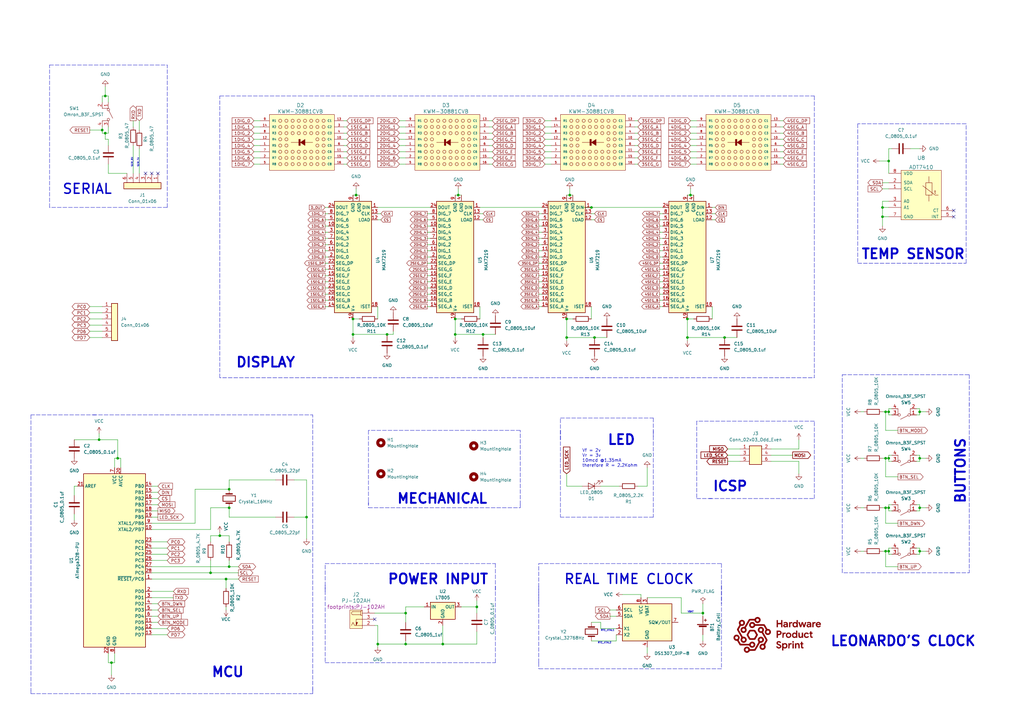
<source format=kicad_sch>
(kicad_sch (version 20211123) (generator eeschema)
  (paper "A3")
  (junction (at 45.72 271.78))
  (junction (at 364.49 66.04))
  (junction (at 242.57 85.09))
  (junction (at 41.91 53.34))
  (junction (at 297.18 138.43))
  (junction (at 93.98 232.41))
  (junction (at 281.94 138.43))
  (junction (at 40.64 180.34))
  (junction (at 363.22 208.28))
  (junction (at 92.71 237.49))
  (junction (at 93.98 200.66))
  (junction (at 158.75 137.16))
  (junction (at 232.41 138.43))
  (junction (at 181.61 264.16))
  (junction (at 281.94 130.81))
  (junction (at 195.58 248.92))
  (junction (at 166.37 264.16))
  (junction (at 377.19 226.06))
  (junction (at 377.19 168.91))
  (junction (at 154.94 264.16))
  (junction (at 144.78 130.81))
  (junction (at 364.49 187.96))
  (junction (at 43.18 54.61))
  (junction (at 166.37 251.46))
  (junction (at 377.19 187.96))
  (junction (at 232.41 130.81))
  (junction (at 377.19 208.28))
  (junction (at 144.78 137.16))
  (junction (at 93.98 208.28))
  (junction (at 187.96 80.01))
  (junction (at 363.22 187.96))
  (junction (at 198.12 137.16))
  (junction (at 86.36 234.95))
  (junction (at 186.69 137.16))
  (junction (at 363.22 168.91))
  (junction (at 43.18 39.37))
  (junction (at 364.49 226.06))
  (junction (at 125.73 212.09))
  (junction (at 363.22 226.06))
  (junction (at 243.84 138.43))
  (junction (at 48.26 187.96))
  (junction (at 364.49 208.28))
  (junction (at 233.68 80.01))
  (junction (at 186.69 130.81))
  (junction (at 364.49 168.91))
  (junction (at 361.95 85.09))
  (junction (at 283.21 80.01))
  (junction (at 146.05 80.01))
  (junction (at 361.95 88.9))
  (junction (at 288.29 251.46))
  (junction (at 90.17 219.71))
  (no_connect (at 153.67 254))
  (no_connect (at 59.69 71.12))
  (no_connect (at 64.77 71.12))
  (no_connect (at 62.23 71.12))
  (no_connect (at 391.16 88.9))
  (no_connect (at 391.16 86.36))
  (wire (pts (xy 200.66 59.69) (xy 201.93 59.69)))
  (wire (pts (xy 62.23 224.79) (xy 68.58 224.79)))
  (polyline (pts (xy 285.75 172.72) (xy 285.75 204.47)))
  (wire (pts (xy 364.49 170.18) (xy 365.76 170.18)))
  (wire (pts (xy 232.41 199.39) (xy 238.76 199.39)))
  (wire (pts (xy 232.41 194.31) (xy 232.41 199.39)))
  (wire (pts (xy 36.83 133.35) (xy 41.91 133.35)))
  (wire (pts (xy 320.04 52.07) (xy 321.31 52.07)))
  (wire (pts (xy 62.23 222.25) (xy 68.58 222.25)))
  (wire (pts (xy 163.83 67.31) (xy 166.37 67.31)))
  (wire (pts (xy 175.26 102.87) (xy 176.53 102.87)))
  (wire (pts (xy 377.19 208.28) (xy 379.73 208.28)))
  (wire (pts (xy 43.18 39.37) (xy 44.45 39.37)))
  (polyline (pts (xy 203.2 231.14) (xy 203.2 242.57)))
  (wire (pts (xy 175.26 92.71) (xy 176.53 92.71)))
  (wire (pts (xy 140.97 67.31) (xy 142.24 67.31)))
  (wire (pts (xy 200.66 54.61) (xy 201.93 54.61)))
  (wire (pts (xy 144.78 137.16) (xy 158.75 137.16)))
  (wire (pts (xy 54.61 59.69) (xy 54.61 71.12)))
  (wire (pts (xy 46.99 267.97) (xy 46.99 271.78)))
  (wire (pts (xy 40.64 177.8) (xy 40.64 180.34)))
  (wire (pts (xy 246.38 199.39) (xy 254 199.39)))
  (wire (pts (xy 62.23 260.35) (xy 68.58 260.35)))
  (polyline (pts (xy 20.32 26.67) (xy 68.58 26.67)))
  (wire (pts (xy 232.41 130.81) (xy 232.41 138.43)))
  (wire (pts (xy 223.52 62.23) (xy 226.06 62.23)))
  (wire (pts (xy 223.52 57.15) (xy 226.06 57.15)))
  (wire (pts (xy 125.73 196.85) (xy 125.73 212.09)))
  (wire (pts (xy 104.14 67.31) (xy 106.68 67.31)))
  (wire (pts (xy 364.49 224.79) (xy 365.76 224.79)))
  (polyline (pts (xy 267.97 171.45) (xy 267.97 179.07)))
  (wire (pts (xy 288.29 251.46) (xy 288.29 247.65)))
  (polyline (pts (xy 151.13 208.28) (xy 213.36 208.28)))
  (wire (pts (xy 223.52 54.61) (xy 226.06 54.61)))
  (polyline (pts (xy 39.37 170.18) (xy 12.7 170.18)))
  (wire (pts (xy 166.37 248.92) (xy 166.37 251.46)))
  (wire (pts (xy 246.38 257.81) (xy 246.38 255.27)))
  (wire (pts (xy 363.22 176.53) (xy 363.22 168.91)))
  (wire (pts (xy 175.26 118.11) (xy 176.53 118.11)))
  (wire (pts (xy 361.95 77.47) (xy 364.49 77.47)))
  (wire (pts (xy 283.21 67.31) (xy 285.75 67.31)))
  (wire (pts (xy 200.66 62.23) (xy 201.93 62.23)))
  (wire (pts (xy 44.45 59.69) (xy 44.45 57.15)))
  (wire (pts (xy 175.26 125.73) (xy 176.53 125.73)))
  (wire (pts (xy 163.83 49.53) (xy 166.37 49.53)))
  (wire (pts (xy 62.23 255.27) (xy 64.77 255.27)))
  (wire (pts (xy 292.1 85.09) (xy 293.37 85.09)))
  (wire (pts (xy 196.85 87.63) (xy 198.12 87.63)))
  (wire (pts (xy 283.21 57.15) (xy 285.75 57.15)))
  (wire (pts (xy 163.83 52.07) (xy 166.37 52.07)))
  (wire (pts (xy 200.66 52.07) (xy 201.93 52.07)))
  (wire (pts (xy 154.94 264.16) (xy 154.94 265.43)))
  (wire (pts (xy 377.19 170.18) (xy 377.19 168.91)))
  (wire (pts (xy 154.94 87.63) (xy 156.21 87.63)))
  (polyline (pts (xy 68.58 85.09) (xy 68.58 26.67)))
  (wire (pts (xy 297.18 138.43) (xy 302.26 138.43)))
  (polyline (pts (xy 389.89 234.95) (xy 397.51 234.95)))
  (wire (pts (xy 283.21 80.01) (xy 284.48 80.01)))
  (wire (pts (xy 364.49 85.09) (xy 361.95 85.09)))
  (wire (pts (xy 140.97 62.23) (xy 142.24 62.23)))
  (wire (pts (xy 223.52 67.31) (xy 226.06 67.31)))
  (wire (pts (xy 320.04 54.61) (xy 321.31 54.61)))
  (wire (pts (xy 92.71 241.3) (xy 92.71 237.49)))
  (wire (pts (xy 49.53 187.96) (xy 49.53 191.77)))
  (wire (pts (xy 270.51 125.73) (xy 271.78 125.73)))
  (wire (pts (xy 223.52 49.53) (xy 226.06 49.53)))
  (wire (pts (xy 223.52 59.69) (xy 226.06 59.69)))
  (wire (pts (xy 364.49 167.64) (xy 364.49 168.91)))
  (wire (pts (xy 220.98 90.17) (xy 222.25 90.17)))
  (wire (pts (xy 327.66 189.23) (xy 327.66 194.31)))
  (wire (pts (xy 261.62 49.53) (xy 260.35 49.53)))
  (wire (pts (xy 361.95 85.09) (xy 361.95 88.9)))
  (wire (pts (xy 41.91 41.91) (xy 41.91 39.37)))
  (wire (pts (xy 40.64 180.34) (xy 48.26 180.34)))
  (wire (pts (xy 233.68 77.47) (xy 233.68 80.01)))
  (wire (pts (xy 41.91 39.37) (xy 43.18 39.37)))
  (wire (pts (xy 364.49 186.69) (xy 364.49 187.96)))
  (wire (pts (xy 36.83 128.27) (xy 41.91 128.27)))
  (wire (pts (xy 283.21 62.23) (xy 285.75 62.23)))
  (polyline (pts (xy 267.97 176.53) (xy 267.97 212.09)))
  (wire (pts (xy 62.23 252.73) (xy 64.77 252.73)))
  (wire (pts (xy 133.35 102.87) (xy 134.62 102.87)))
  (polyline (pts (xy 295.91 274.32) (xy 220.98 274.32)))
  (wire (pts (xy 320.04 59.69) (xy 321.31 59.69)))
  (wire (pts (xy 187.96 77.47) (xy 187.96 80.01)))
  (wire (pts (xy 365.76 60.96) (xy 364.49 60.96)))
  (wire (pts (xy 377.19 168.91) (xy 379.73 168.91)))
  (polyline (pts (xy 396.24 107.95) (xy 396.24 50.8)))
  (wire (pts (xy 363.22 176.53) (xy 368.3 176.53)))
  (wire (pts (xy 133.35 123.19) (xy 134.62 123.19)))
  (wire (pts (xy 62.23 204.47) (xy 64.77 204.47)))
  (wire (pts (xy 283.21 54.61) (xy 285.75 54.61)))
  (wire (pts (xy 93.98 219.71) (xy 93.98 222.25)))
  (wire (pts (xy 93.98 212.09) (xy 93.98 208.28)))
  (wire (pts (xy 133.35 100.33) (xy 134.62 100.33)))
  (wire (pts (xy 181.61 264.16) (xy 195.58 264.16)))
  (wire (pts (xy 320.04 67.31) (xy 321.31 67.31)))
  (wire (pts (xy 186.69 80.01) (xy 187.96 80.01)))
  (wire (pts (xy 133.35 105.41) (xy 134.62 105.41)))
  (wire (pts (xy 316.23 186.69) (xy 325.12 186.69)))
  (polyline (pts (xy 229.87 176.53) (xy 229.87 212.09)))
  (wire (pts (xy 260.35 54.61) (xy 261.62 54.61)))
  (wire (pts (xy 196.85 125.73) (xy 196.85 130.81)))
  (wire (pts (xy 62.23 217.17) (xy 86.36 217.17)))
  (wire (pts (xy 363.22 214.63) (xy 363.22 208.28)))
  (wire (pts (xy 86.36 217.17) (xy 86.36 208.28)))
  (wire (pts (xy 270.51 90.17) (xy 271.78 90.17)))
  (wire (pts (xy 62.23 242.57) (xy 71.12 242.57)))
  (polyline (pts (xy 351.79 107.95) (xy 396.24 107.95)))
  (wire (pts (xy 57.15 49.53) (xy 57.15 53.34)))
  (wire (pts (xy 41.91 52.07) (xy 41.91 53.34)))
  (wire (pts (xy 133.35 92.71) (xy 134.62 92.71)))
  (wire (pts (xy 260.35 64.77) (xy 261.62 64.77)))
  (wire (pts (xy 361.95 82.55) (xy 364.49 82.55)))
  (polyline (pts (xy 38.1 170.18) (xy 128.27 170.18)))
  (polyline (pts (xy 133.35 231.14) (xy 203.2 231.14)))
  (wire (pts (xy 140.97 52.07) (xy 142.24 52.07)))
  (wire (pts (xy 104.14 59.69) (xy 106.68 59.69)))
  (wire (pts (xy 270.51 123.19) (xy 271.78 123.19)))
  (wire (pts (xy 365.76 227.33) (xy 364.49 227.33)))
  (wire (pts (xy 144.78 130.81) (xy 147.32 130.81)))
  (wire (pts (xy 48.26 187.96) (xy 48.26 180.34)))
  (polyline (pts (xy 90.17 39.37) (xy 334.01 39.37)))
  (polyline (pts (xy 295.91 240.03) (xy 295.91 274.32)))
  (polyline (pts (xy 267.97 212.09) (xy 229.87 212.09)))
  (wire (pts (xy 270.51 118.11) (xy 271.78 118.11)))
  (wire (pts (xy 377.19 224.79) (xy 375.92 224.79)))
  (wire (pts (xy 120.65 212.09) (xy 125.73 212.09)))
  (polyline (pts (xy 128.27 284.48) (xy 128.27 283.21)))
  (wire (pts (xy 377.19 189.23) (xy 377.19 187.96)))
  (polyline (pts (xy 90.17 154.94) (xy 90.17 39.37)))
  (wire (pts (xy 196.85 90.17) (xy 198.12 90.17)))
  (wire (pts (xy 43.18 35.56) (xy 43.18 39.37)))
  (wire (pts (xy 153.67 256.54) (xy 154.94 256.54)))
  (wire (pts (xy 62.23 237.49) (xy 92.71 237.49)))
  (wire (pts (xy 364.49 209.55) (xy 365.76 209.55)))
  (wire (pts (xy 163.83 59.69) (xy 166.37 59.69)))
  (wire (pts (xy 220.98 87.63) (xy 222.25 87.63)))
  (wire (pts (xy 288.29 251.46) (xy 288.29 252.73)))
  (wire (pts (xy 220.98 107.95) (xy 222.25 107.95)))
  (wire (pts (xy 195.58 248.92) (xy 195.58 246.38)))
  (wire (pts (xy 140.97 64.77) (xy 142.24 64.77)))
  (wire (pts (xy 283.21 59.69) (xy 285.75 59.69)))
  (wire (pts (xy 368.3 214.63) (xy 363.22 214.63)))
  (wire (pts (xy 142.24 49.53) (xy 140.97 49.53)))
  (wire (pts (xy 154.94 256.54) (xy 154.94 264.16)))
  (wire (pts (xy 175.26 95.25) (xy 176.53 95.25)))
  (wire (pts (xy 353.06 168.91) (xy 354.33 168.91)))
  (wire (pts (xy 361.95 208.28) (xy 363.22 208.28)))
  (wire (pts (xy 364.49 187.96) (xy 364.49 189.23)))
  (wire (pts (xy 377.19 227.33) (xy 377.19 226.06)))
  (wire (pts (xy 232.41 130.81) (xy 234.95 130.81)))
  (wire (pts (xy 327.66 184.15) (xy 316.23 184.15)))
  (wire (pts (xy 186.69 130.81) (xy 189.23 130.81)))
  (wire (pts (xy 36.83 53.34) (xy 41.91 53.34)))
  (wire (pts (xy 377.19 226.06) (xy 379.73 226.06)))
  (wire (pts (xy 36.83 135.89) (xy 41.91 135.89)))
  (polyline (pts (xy 295.91 231.14) (xy 295.91 247.65)))
  (polyline (pts (xy 213.36 208.28) (xy 213.36 207.01)))
  (wire (pts (xy 283.21 64.77) (xy 285.75 64.77)))
  (wire (pts (xy 86.36 229.87) (xy 86.36 234.95)))
  (wire (pts (xy 298.45 189.23) (xy 303.53 189.23)))
  (wire (pts (xy 375.92 209.55) (xy 377.19 209.55)))
  (wire (pts (xy 320.04 62.23) (xy 321.31 62.23)))
  (polyline (pts (xy 397.51 153.67) (xy 397.51 166.37)))
  (wire (pts (xy 220.98 115.57) (xy 222.25 115.57)))
  (wire (pts (xy 265.43 265.43) (xy 265.43 267.97)))
  (wire (pts (xy 46.99 191.77) (xy 46.99 187.96)))
  (wire (pts (xy 195.58 264.16) (xy 195.58 259.08)))
  (wire (pts (xy 298.45 184.15) (xy 303.53 184.15)))
  (wire (pts (xy 62.23 257.81) (xy 68.58 257.81)))
  (wire (pts (xy 361.95 88.9) (xy 361.95 92.71)))
  (wire (pts (xy 364.49 208.28) (xy 364.49 209.55)))
  (wire (pts (xy 220.98 97.79) (xy 222.25 97.79)))
  (wire (pts (xy 146.05 77.47) (xy 146.05 80.01)))
  (wire (pts (xy 133.35 95.25) (xy 134.62 95.25)))
  (polyline (pts (xy 12.7 284.48) (xy 128.27 284.48)))
  (wire (pts (xy 36.83 130.81) (xy 41.91 130.81)))
  (wire (pts (xy 62.23 229.87) (xy 68.58 229.87)))
  (wire (pts (xy 154.94 85.09) (xy 176.53 85.09)))
  (wire (pts (xy 361.95 226.06) (xy 363.22 226.06)))
  (wire (pts (xy 281.94 80.01) (xy 283.21 80.01)))
  (wire (pts (xy 166.37 251.46) (xy 153.67 251.46)))
  (wire (pts (xy 125.73 212.09) (xy 125.73 220.98)))
  (wire (pts (xy 104.14 62.23) (xy 106.68 62.23)))
  (wire (pts (xy 90.17 219.71) (xy 90.17 218.44)))
  (wire (pts (xy 166.37 264.16) (xy 166.37 262.89)))
  (wire (pts (xy 62.23 201.93) (xy 64.77 201.93)))
  (wire (pts (xy 144.78 137.16) (xy 144.78 138.43)))
  (polyline (pts (xy 133.35 271.78) (xy 203.2 271.78)))
  (polyline (pts (xy 334.01 172.72) (xy 285.75 172.72)))
  (wire (pts (xy 62.23 209.55) (xy 64.77 209.55)))
  (wire (pts (xy 92.71 248.92) (xy 92.71 250.19)))
  (wire (pts (xy 133.35 118.11) (xy 134.62 118.11)))
  (polyline (pts (xy 213.36 176.53) (xy 151.13 176.53)))
  (wire (pts (xy 246.38 257.81) (xy 252.73 257.81)))
  (wire (pts (xy 189.23 248.92) (xy 195.58 248.92)))
  (wire (pts (xy 365.76 207.01) (xy 364.49 207.01)))
  (wire (pts (xy 133.35 120.65) (xy 134.62 120.65)))
  (wire (pts (xy 223.52 64.77) (xy 226.06 64.77)))
  (wire (pts (xy 154.94 125.73) (xy 154.94 130.81)))
  (wire (pts (xy 36.83 138.43) (xy 41.91 138.43)))
  (wire (pts (xy 320.04 64.77) (xy 321.31 64.77)))
  (wire (pts (xy 361.95 187.96) (xy 363.22 187.96)))
  (wire (pts (xy 283.21 77.47) (xy 283.21 80.01)))
  (wire (pts (xy 41.91 53.34) (xy 41.91 54.61)))
  (polyline (pts (xy 220.98 271.78) (xy 220.98 240.03)))
  (wire (pts (xy 86.36 222.25) (xy 86.36 219.71)))
  (wire (pts (xy 175.26 107.95) (xy 176.53 107.95)))
  (polyline (pts (xy 133.35 240.03) (xy 133.35 271.78)))
  (wire (pts (xy 220.98 105.41) (xy 222.25 105.41)))
  (wire (pts (xy 270.51 107.95) (xy 271.78 107.95)))
  (polyline (pts (xy 351.79 64.77) (xy 351.79 107.95)))
  (wire (pts (xy 62.23 247.65) (xy 64.77 247.65)))
  (polyline (pts (xy 128.27 281.94) (xy 128.27 283.21)))
  (wire (pts (xy 86.36 219.71) (xy 90.17 219.71)))
  (wire (pts (xy 281.94 138.43) (xy 281.94 139.7)))
  (wire (pts (xy 364.49 60.96) (xy 364.49 66.04)))
  (wire (pts (xy 353.06 187.96) (xy 354.33 187.96)))
  (wire (pts (xy 243.84 138.43) (xy 248.92 138.43)))
  (wire (pts (xy 44.45 52.07) (xy 44.45 54.61)))
  (wire (pts (xy 270.51 97.79) (xy 271.78 97.79)))
  (wire (pts (xy 377.19 207.01) (xy 375.92 207.01)))
  (wire (pts (xy 140.97 54.61) (xy 142.24 54.61)))
  (wire (pts (xy 363.22 226.06) (xy 364.49 226.06)))
  (polyline (pts (xy 133.35 242.57) (xy 133.35 231.14)))
  (wire (pts (xy 364.49 226.06) (xy 364.49 224.79)))
  (wire (pts (xy 377.19 187.96) (xy 377.19 186.69)))
  (wire (pts (xy 198.12 137.16) (xy 198.12 138.43)))
  (wire (pts (xy 175.26 120.65) (xy 176.53 120.65)))
  (wire (pts (xy 62.23 245.11) (xy 71.12 245.11)))
  (wire (pts (xy 270.51 87.63) (xy 271.78 87.63)))
  (wire (pts (xy 220.98 95.25) (xy 222.25 95.25)))
  (wire (pts (xy 320.04 57.15) (xy 321.31 57.15)))
  (polyline (pts (xy 345.44 172.72) (xy 345.44 153.67)))
  (wire (pts (xy 62.23 250.19) (xy 64.77 250.19)))
  (wire (pts (xy 363.22 195.58) (xy 363.22 187.96)))
  (polyline (pts (xy 285.75 204.47) (xy 292.1 204.47)))
  (wire (pts (xy 154.94 264.16) (xy 166.37 264.16)))
  (polyline (pts (xy 397.51 165.1) (xy 397.51 234.95)))
  (polyline (pts (xy 229.87 171.45) (xy 267.97 171.45)))
  (wire (pts (xy 175.26 87.63) (xy 176.53 87.63)))
  (polyline (pts (xy 345.44 234.95) (xy 345.44 172.72)))
  (wire (pts (xy 195.58 248.92) (xy 195.58 251.46)))
  (wire (pts (xy 242.57 85.09) (xy 271.78 85.09)))
  (polyline (pts (xy 20.32 85.09) (xy 20.32 26.67)))
  (wire (pts (xy 41.91 54.61) (xy 43.18 54.61)))
  (wire (pts (xy 175.26 100.33) (xy 176.53 100.33)))
  (wire (pts (xy 292.1 90.17) (xy 293.37 90.17)))
  (wire (pts (xy 175.26 105.41) (xy 176.53 105.41)))
  (wire (pts (xy 262.89 243.84) (xy 262.89 245.11)))
  (wire (pts (xy 265.43 199.39) (xy 265.43 191.77)))
  (wire (pts (xy 175.26 123.19) (xy 176.53 123.19)))
  (wire (pts (xy 360.68 66.04) (xy 364.49 66.04)))
  (wire (pts (xy 270.51 92.71) (xy 271.78 92.71)))
  (wire (pts (xy 62.23 234.95) (xy 86.36 234.95)))
  (wire (pts (xy 163.83 54.61) (xy 166.37 54.61)))
  (wire (pts (xy 166.37 255.27) (xy 166.37 251.46)))
  (wire (pts (xy 279.4 245.11) (xy 279.4 251.46)))
  (wire (pts (xy 220.98 125.73) (xy 222.25 125.73)))
  (wire (pts (xy 133.35 110.49) (xy 134.62 110.49)))
  (wire (pts (xy 163.83 57.15) (xy 166.37 57.15)))
  (wire (pts (xy 62.23 199.39) (xy 64.77 199.39)))
  (wire (pts (xy 93.98 229.87) (xy 93.98 232.41)))
  (wire (pts (xy 270.51 110.49) (xy 271.78 110.49)))
  (wire (pts (xy 292.1 125.73) (xy 292.1 130.81)))
  (wire (pts (xy 252.73 260.35) (xy 252.73 262.89)))
  (wire (pts (xy 368.3 232.41) (xy 363.22 232.41)))
  (wire (pts (xy 260.35 57.15) (xy 261.62 57.15)))
  (wire (pts (xy 158.75 137.16) (xy 161.29 137.16)))
  (wire (pts (xy 133.35 97.79) (xy 134.62 97.79)))
  (wire (pts (xy 62.23 214.63) (xy 80.01 214.63)))
  (wire (pts (xy 44.45 57.15) (xy 43.18 57.15)))
  (wire (pts (xy 283.21 49.53) (xy 285.75 49.53)))
  (wire (pts (xy 250.19 252.73) (xy 252.73 252.73)))
  (wire (pts (xy 363.22 232.41) (xy 363.22 226.06)))
  (wire (pts (xy 242.57 90.17) (xy 243.84 90.17)))
  (wire (pts (xy 140.97 57.15) (xy 142.24 57.15)))
  (wire (pts (xy 220.98 113.03) (xy 222.25 113.03)))
  (wire (pts (xy 181.61 256.54) (xy 181.61 264.16)))
  (polyline (pts (xy 240.03 154.94) (xy 334.01 154.94)))
  (wire (pts (xy 220.98 92.71) (xy 222.25 92.71)))
  (wire (pts (xy 30.48 199.39) (xy 30.48 203.2)))
  (polyline (pts (xy 396.24 50.8) (xy 351.79 50.8)))
  (wire (pts (xy 200.66 67.31) (xy 201.93 67.31)))
  (wire (pts (xy 353.06 208.28) (xy 354.33 208.28)))
  (wire (pts (xy 44.45 71.12) (xy 44.45 67.31)))
  (wire (pts (xy 133.35 85.09) (xy 134.62 85.09)))
  (wire (pts (xy 120.65 196.85) (xy 125.73 196.85)))
  (wire (pts (xy 363.22 168.91) (xy 364.49 168.91)))
  (polyline (pts (xy 290.83 204.47) (xy 334.01 204.47)))
  (wire (pts (xy 375.92 227.33) (xy 377.19 227.33)))
  (polyline (pts (xy 220.98 247.65) (xy 220.98 231.14)))
  (wire (pts (xy 365.76 167.64) (xy 364.49 167.64)))
  (polyline (pts (xy 220.98 271.78) (xy 220.98 274.32)))
  (wire (pts (xy 86.36 234.95) (xy 97.79 234.95)))
  (wire (pts (xy 113.03 196.85) (xy 93.98 196.85)))
  (wire (pts (xy 62.23 212.09) (xy 64.77 212.09)))
  (wire (pts (xy 186.69 137.16) (xy 198.12 137.16)))
  (wire (pts (xy 361.95 168.91) (xy 363.22 168.91)))
  (wire (pts (xy 45.72 271.78) (xy 45.72 276.86)))
  (wire (pts (xy 316.23 189.23) (xy 327.66 189.23)))
  (wire (pts (xy 375.92 189.23) (xy 377.19 189.23)))
  (wire (pts (xy 187.96 80.01) (xy 189.23 80.01)))
  (wire (pts (xy 80.01 200.66) (xy 93.98 200.66)))
  (wire (pts (xy 260.35 52.07) (xy 261.62 52.07)))
  (wire (pts (xy 80.01 214.63) (xy 80.01 200.66)))
  (wire (pts (xy 283.21 52.07) (xy 285.75 52.07)))
  (wire (pts (xy 186.69 130.81) (xy 186.69 137.16)))
  (wire (pts (xy 270.51 120.65) (xy 271.78 120.65)))
  (wire (pts (xy 146.05 80.01) (xy 147.32 80.01)))
  (polyline (pts (xy 229.87 180.34) (xy 229.87 171.45)))
  (wire (pts (xy 260.35 59.69) (xy 261.62 59.69)))
  (wire (pts (xy 281.94 130.81) (xy 281.94 138.43)))
  (wire (pts (xy 364.49 66.04) (xy 364.49 71.12)))
  (polyline (pts (xy 151.13 176.53) (xy 151.13 207.01)))
  (wire (pts (xy 93.98 196.85) (xy 93.98 200.66)))
  (wire (pts (xy 220.98 118.11) (xy 222.25 118.11)))
  (wire (pts (xy 186.69 137.16) (xy 186.69 138.43)))
  (wire (pts (xy 281.94 130.81) (xy 284.48 130.81)))
  (wire (pts (xy 368.3 195.58) (xy 363.22 195.58)))
  (wire (pts (xy 104.14 64.77) (xy 106.68 64.77)))
  (wire (pts (xy 201.93 49.53) (xy 200.66 49.53)))
  (wire (pts (xy 203.2 137.16) (xy 198.12 137.16)))
  (wire (pts (xy 364.49 168.91) (xy 364.49 170.18)))
  (wire (pts (xy 97.79 237.49) (xy 92.71 237.49)))
  (wire (pts (xy 364.49 88.9) (xy 361.95 88.9)))
  (wire (pts (xy 232.41 138.43) (xy 243.84 138.43)))
  (wire (pts (xy 270.51 115.57) (xy 271.78 115.57)))
  (wire (pts (xy 62.23 207.01) (xy 64.77 207.01)))
  (wire (pts (xy 46.99 187.96) (xy 48.26 187.96)))
  (wire (pts (xy 292.1 87.63) (xy 293.37 87.63)))
  (wire (pts (xy 220.98 120.65) (xy 222.25 120.65)))
  (wire (pts (xy 93.98 232.41) (xy 97.79 232.41)))
  (polyline (pts (xy 243.84 154.94) (xy 90.17 154.94)))
  (wire (pts (xy 200.66 64.77) (xy 201.93 64.77)))
  (wire (pts (xy 31.75 199.39) (xy 30.48 199.39)))
  (wire (pts (xy 327.66 180.34) (xy 327.66 184.15)))
  (wire (pts (xy 288.29 260.35) (xy 288.29 262.89)))
  (wire (pts (xy 36.83 125.73) (xy 41.91 125.73)))
  (wire (pts (xy 377.19 187.96) (xy 379.73 187.96)))
  (wire (pts (xy 200.66 57.15) (xy 201.93 57.15)))
  (wire (pts (xy 133.35 90.17) (xy 134.62 90.17)))
  (wire (pts (xy 260.35 67.31) (xy 261.62 67.31)))
  (wire (pts (xy 365.76 186.69) (xy 364.49 186.69)))
  (wire (pts (xy 232.41 80.01) (xy 233.68 80.01)))
  (wire (pts (xy 113.03 212.09) (xy 93.98 212.09)))
  (wire (pts (xy 133.35 125.73) (xy 134.62 125.73)))
  (wire (pts (xy 270.51 102.87) (xy 271.78 102.87)))
  (wire (pts (xy 242.57 255.27) (xy 246.38 255.27)))
  (wire (pts (xy 163.83 62.23) (xy 166.37 62.23)))
  (wire (pts (xy 62.23 227.33) (xy 68.58 227.33)))
  (wire (pts (xy 196.85 85.09) (xy 222.25 85.09)))
  (wire (pts (xy 242.57 87.63) (xy 243.84 87.63)))
  (wire (pts (xy 279.4 251.46) (xy 288.29 251.46)))
  (wire (pts (xy 363.22 187.96) (xy 364.49 187.96)))
  (wire (pts (xy 133.35 113.03) (xy 134.62 113.03)))
  (wire (pts (xy 43.18 57.15) (xy 43.18 54.61)))
  (polyline (pts (xy 12.7 170.18) (xy 12.7 283.21)))
  (wire (pts (xy 364.49 189.23) (xy 365.76 189.23)))
  (wire (pts (xy 44.45 271.78) (xy 45.72 271.78)))
  (wire (pts (xy 377.19 226.06) (xy 377.19 224.79)))
  (wire (pts (xy 220.98 123.19) (xy 222.25 123.19)))
  (polyline (pts (xy 213.36 207.01) (xy 213.36 176.53)))
  (wire (pts (xy 270.51 113.03) (xy 271.78 113.03)))
  (wire (pts (xy 175.26 115.57) (xy 176.53 115.57)))
  (wire (pts (xy 361.95 82.55) (xy 361.95 85.09)))
  (wire (pts (xy 104.14 52.07) (xy 106.68 52.07)))
  (wire (pts (xy 44.45 39.37) (xy 44.45 41.91)))
  (wire (pts (xy 298.45 186.69) (xy 303.53 186.69)))
  (wire (pts (xy 250.19 250.19) (xy 252.73 250.19)))
  (wire (pts (xy 54.61 52.07) (xy 54.61 49.53)))
  (polyline (pts (xy 334.01 39.37) (xy 334.01 154.94)))
  (wire (pts (xy 220.98 102.87) (xy 222.25 102.87)))
  (wire (pts (xy 57.15 60.96) (xy 57.15 71.12)))
  (polyline (pts (xy 351.79 50.8) (xy 351.79 64.77)))
  (wire (pts (xy 62.23 232.41) (xy 93.98 232.41)))
  (wire (pts (xy 232.41 138.43) (xy 232.41 139.7)))
  (polyline (pts (xy 391.16 234.95) (xy 345.44 234.95)))
  (wire (pts (xy 375.92 170.18) (xy 377.19 170.18)))
  (polyline (pts (xy 68.58 85.09) (xy 20.32 85.09)))
  (wire (pts (xy 93.98 219.71) (xy 90.17 219.71)))
  (wire (pts (xy 270.51 105.41) (xy 271.78 105.41)))
  (wire (pts (xy 260.35 62.23) (xy 261.62 62.23)))
  (wire (pts (xy 377.19 168.91) (xy 377.19 167.64)))
  (wire (pts (xy 104.14 57.15) (xy 106.68 57.15)))
  (wire (pts (xy 163.83 64.77) (xy 166.37 64.77)))
  (wire (pts (xy 45.72 271.78) (xy 46.99 271.78)))
  (polyline (pts (xy 203.2 271.78) (xy 203.2 240.03)))
  (polyline (pts (xy 128.27 283.21) (xy 128.27 170.18)))
  (wire (pts (xy 363.22 208.28) (xy 364.49 208.28)))
  (wire (pts (xy 238.76 85.09) (xy 242.57 85.09)))
  (wire (pts (xy 140.97 59.69) (xy 142.24 59.69)))
  (wire (pts (xy 377.19 167.64) (xy 375.92 167.64)))
  (polyline (pts (xy 220.98 231.14) (xy 295.91 231.14)))
  (wire (pts (xy 44.45 267.97) (xy 44.45 271.78)))
  (wire (pts (xy 223.52 52.07) (xy 226.06 52.07)))
  (wire (pts (xy 104.14 49.53) (xy 106.68 49.53)))
  (wire (pts (xy 261.62 199.39) (xy 265.43 199.39)))
  (wire (pts (xy 144.78 130.81) (xy 144.78 137.16)))
  (polyline (pts (xy 345.44 153.67) (xy 397.51 153.67)))
  (wire (pts (xy 377.19 186.69) (xy 375.92 186.69)))
  (wire (pts (xy 377.19 209.55) (xy 377.19 208.28)))
  (wire (pts (xy 175.26 113.03) (xy 176.53 113.03)))
  (wire (pts (xy 52.07 71.12) (xy 44.45 71.12)))
  (wire (pts (xy 144.78 80.01) (xy 146.05 80.01)))
  (wire (pts (xy 133.35 115.57) (xy 134.62 115.57)))
  (wire (pts (xy 220.98 110.49) (xy 222.25 110.49)))
  (wire (pts (xy 133.35 87.63) (xy 134.62 87.63)))
  (wire (pts (xy 175.26 90.17) (xy 176.53 90.17)))
  (wire (pts (xy 242.57 125.73) (xy 242.57 130.81)))
  (wire (pts (xy 175.26 110.49) (xy 176.53 110.49)))
  (wire (pts (xy 364.49 227.33) (xy 364.49 226.06)))
  (wire (pts (xy 270.51 95.25) (xy 271.78 95.25)))
  (polyline (pts (xy 334.01 204.47) (xy 334.01 172.72)))
  (wire (pts (xy 377.19 208.28) (xy 377.19 207.01)))
  (wire (pts (xy 373.38 60.96) (xy 377.19 60.96)))
  (wire (pts (xy 43.18 54.61) (xy 44.45 54.61)))
  (wire (pts (xy 166.37 264.16) (xy 181.61 264.16)))
  (wire (pts (xy 30.48 180.34) (xy 40.64 180.34)))
  (wire (pts (xy 265.43 245.11) (xy 279.4 245.11)))
  (wire (pts (xy 48.26 187.96) (xy 49.53 187.96)))
  (wire (pts (xy 30.48 210.82) (xy 30.48 213.36)))
  (wire (pts (xy 255.27 243.84) (xy 262.89 243.84)))
  (wire (pts (xy 161.29 135.89) (xy 161.29 137.16)))
  (wire (pts (xy 252.73 262.89) (xy 242.57 262.89)))
  (wire (pts (xy 133.35 107.95) (xy 134.62 107.95)))
  (wire (pts (xy 364.49 207.01) (xy 364.49 208.28)))
  (wire (pts (xy 270.51 100.33) (xy 271.78 100.33)))
  (polyline (pts (xy 151.13 205.74) (xy 151.13 208.28)))
  (wire (pts (xy 104.14 54.61) (xy 106.68 54.61)))
  (wire (pts (xy 233.68 80.01) (xy 234.95 80.01)))
  (wire (pts (xy 281.94 138.43) (xy 297.18 138.43)))
  (wire (pts (xy 86.36 208.28) (xy 93.98 208.28)))
  (wire (pts (xy 321.31 49.53) (xy 320.04 49.53)))
  (wire (pts (xy 220.98 100.33) (xy 222.25 100.33)))
  (wire (pts (xy 353.06 226.06) (xy 354.33 226.06)))
  (wire (pts (xy 173.99 248.92) (xy 166.37 248.92)))
  (polyline (pts (xy 12.7 283.21) (xy 12.7 284.48)))
  (wire (pts (xy 175.26 97.79) (xy 176.53 97.79)))
  (wire (pts (xy 154.94 90.17) (xy 156.21 90.17)))
  (wire (pts (xy 361.95 74.93) (xy 364.49 74.93)))
  (text "RTC_XTAL1" (at 246.38 259.08 0) (effects (font (size 0.7 0.7)) (justify left bottom)))
  (text "BUTTONS" (at 396.24 207.01 90) (effects (font (size 4 4) bold) (justify left bottom)))
  (text "DISPLAY" (at 96.52 151.13 0) (effects (font (size 4 4) bold) (justify left bottom)))
  (text "REAL TIME CLOCK" (at 231.14 240.03 0) (effects (font (size 4 4) (thickness 0.6) bold) (justify left bottom)))
  (text "LED" (at 248.92 182.88 0) (effects (font (size 4 4) bold) (justify left bottom)))
  (text "SERIAL" (at 25.4 80.01 0) (effects (font (size 4 4) (thickness 0.6) bold) (justify left bottom)))
  (text "LEONARDO'S CLOCK" (at 340.36 265.43 0) (effects (font (size 4 4) bold) (justify left bottom)))
  (text "RTC_XTAL2" (at 245.11 264.16 0) (effects (font (size 0.7 0.7)) (justify left bottom)))
  (text "TEMP SENSOR" (at 353.06 106.68 0) (effects (font (size 4 4) (thickness 0.8) bold) (justify left bottom)))
  (text "VBAT" (at 281.94 251.46 0) (effects (font (size 0.7 0.7)) (justify left bottom)))
  (text "MECHANICAL" (at 162.56 207.01 0) (effects (font (size 4 4) bold) (justify left bottom)))
  (text "MCU" (at 100.33 278.13 180) (effects (font (size 4 4) bold) (justify right bottom)))
  (text "SER_TX" (at 57.15 68.58 90) (effects (font (size 0.7 0.7) bold) (justify left bottom)))
  (text "Vf = 2v\nVr = 3v\n10mcd @1.35mA\ntherefore R = 2.2Kohm" (at 238.76 191.77 0) (effects (font (size 1.27 1.27)) (justify left bottom)))
  (text "POWER INPUT" (at 158.75 240.03 0) (effects (font (size 4 4) bold) (justify left bottom)))
  (text "ICSP" (at 292.1 201.93 0) (effects (font (size 4 4) bold) (justify left bottom)))
  (text "SER_RX" (at 54.61 68.58 90) (effects (font (size 0.7 0.7) bold) (justify left bottom)))
  (global_label "1SEG_B" (shape output) (at 133.35 123.19 180) (effects (font (size 1 1))) (property "Intersheet References" "${INTERSHEET_REFS}" (effects hide)))
  (global_label "LED_SCK" (shape output) (at 64.77 212.09 0) (property "Intersheet References" "${INTERSHEET_REFS}" (effects hide)))
  (global_label "1DIG_3" (shape output) (at 133.35 97.79 180) (effects (font (size 1 1))) (property "Intersheet References" "${INTERSHEET_REFS}" (effects hide)))
  (global_label "1DIG_3" (shape input) (at 104.14 57.15 180) (property "Intersheet References" "${INTERSHEET_REFS}" (effects hide)))
  (global_label "1SEG_B" (shape input) (at 142.24 54.61 0) (property "Intersheet References" "${INTERSHEET_REFS}" (effects hide)))
  (global_label "TXD" (shape output) (at 71.12 245.11 0) (property "Intersheet References" "${INTERSHEET_REFS}" (effects hide)))
  (global_label "1SEG_D" (shape output) (at 133.35 118.11 180) (effects (font (size 1 1))) (property "Intersheet References" "${INTERSHEET_REFS}" (effects hide)))
  (global_label "4DIG_4" (shape input) (at 283.21 59.69 180) (property "Intersheet References" "${INTERSHEET_REFS}" (effects hide)))
  (global_label "2SEG_C" (shape input) (at 201.93 57.15 0) (property "Intersheet References" "${INTERSHEET_REFS}" (effects hide)))
  (global_label "BTN_UP" (shape output) (at 368.3 232.41 0) (property "Intersheet References" "${INTERSHEET_REFS}" (effects hide)))
  (global_label "4SEG_A" (shape input) (at 321.31 52.07 0) (property "Intersheet References" "${INTERSHEET_REFS}" (effects hide)))
  (global_label "2SEG_F" (shape output) (at 175.26 113.03 180) (effects (font (size 1 1))) (property "Intersheet References" "${INTERSHEET_REFS}" (effects hide)))
  (global_label "SDA" (shape output) (at 361.95 74.93 180) (property "Intersheet References" "${INTERSHEET_REFS}" (effects hide)))
  (global_label "3SEG_E" (shape input) (at 261.62 62.23 0) (property "Intersheet References" "${INTERSHEET_REFS}" (effects hide)))
  (global_label "2SEG_DP" (shape output) (at 175.26 107.95 180) (effects (font (size 1 1))) (property "Intersheet References" "${INTERSHEET_REFS}" (effects hide)))
  (global_label "4DIG_0" (shape output) (at 270.51 105.41 180) (effects (font (size 1 1))) (property "Intersheet References" "${INTERSHEET_REFS}" (effects hide)))
  (global_label "1SEG_DP" (shape output) (at 133.35 107.95 180) (effects (font (size 1 1))) (property "Intersheet References" "${INTERSHEET_REFS}" (effects hide)))
  (global_label "4SEG_B" (shape output) (at 270.51 123.19 180) (effects (font (size 1 1))) (property "Intersheet References" "${INTERSHEET_REFS}" (effects hide)))
  (global_label "2DIG_6" (shape output) (at 175.26 90.17 180) (effects (font (size 1 1))) (property "Intersheet References" "${INTERSHEET_REFS}" (effects hide)))
  (global_label "4SEG_F" (shape input) (at 321.31 64.77 0) (property "Intersheet References" "${INTERSHEET_REFS}" (effects hide)))
  (global_label "3SEG_B" (shape output) (at 220.98 123.19 180) (effects (font (size 1 1))) (property "Intersheet References" "${INTERSHEET_REFS}" (effects hide)))
  (global_label "CLK" (shape input) (at 243.84 87.63 0) (effects (font (size 1 1))) (property "Intersheet References" "${INTERSHEET_REFS}" (effects hide)))
  (global_label "2SEG_G" (shape input) (at 201.93 67.31 0) (property "Intersheet References" "${INTERSHEET_REFS}" (effects hide)))
  (global_label "2SEG_E" (shape input) (at 201.93 62.23 0) (property "Intersheet References" "${INTERSHEET_REFS}" (effects hide)))
  (global_label "3DIG_2" (shape output) (at 220.98 100.33 180) (effects (font (size 1 1))) (property "Intersheet References" "${INTERSHEET_REFS}" (effects hide)))
  (global_label "3SEG_A" (shape output) (at 220.98 125.73 180) (effects (font (size 1 1))) (property "Intersheet References" "${INTERSHEET_REFS}" (effects hide)))
  (global_label "2DIG_7" (shape output) (at 175.26 87.63 180) (effects (font (size 1 1))) (property "Intersheet References" "${INTERSHEET_REFS}" (effects hide)))
  (global_label "LED_SCK" (shape input) (at 298.45 186.69 180) (effects (font bold)) (property "Intersheet References" "${INTERSHEET_REFS}" (effects hide)))
  (global_label "CS" (shape input) (at 243.84 90.17 0) (effects (font (size 1 1))) (property "Intersheet References" "${INTERSHEET_REFS}" (effects hide)))
  (global_label "4SEG_E" (shape output) (at 270.51 115.57 180) (effects (font (size 1 1))) (property "Intersheet References" "${INTERSHEET_REFS}" (effects hide)))
  (global_label "4DIG_3" (shape output) (at 270.51 97.79 180) (effects (font (size 1 1))) (property "Intersheet References" "${INTERSHEET_REFS}" (effects hide)))
  (global_label "4SEG_G" (shape input) (at 321.31 67.31 0) (property "Intersheet References" "${INTERSHEET_REFS}" (effects hide)))
  (global_label "1DIG_2" (shape input) (at 104.14 54.61 180) (property "Intersheet References" "${INTERSHEET_REFS}" (effects hide)))
  (global_label "3DIG_1" (shape input) (at 223.52 52.07 180) (property "Intersheet References" "${INTERSHEET_REFS}" (effects hide)))
  (global_label "MOSI" (shape output) (at 325.12 186.69 0) (effects (font bold)) (property "Intersheet References" "${INTERSHEET_REFS}" (effects hide)))
  (global_label "1DIG_7" (shape input) (at 104.14 67.31 180) (property "Intersheet References" "${INTERSHEET_REFS}" (effects hide)))
  (global_label "1DIG_6" (shape output) (at 133.35 90.17 180) (effects (font (size 1 1))) (property "Intersheet References" "${INTERSHEET_REFS}" (effects hide)))
  (global_label "2DIG_3" (shape output) (at 175.26 97.79 180) (effects (font (size 1 1))) (property "Intersheet References" "${INTERSHEET_REFS}" (effects hide)))
  (global_label "SDA" (shape output) (at 250.19 252.73 180) (property "Intersheet References" "${INTERSHEET_REFS}" (effects hide)))
  (global_label "3SEG_C" (shape output) (at 220.98 120.65 180) (effects (font (size 1 1))) (property "Intersheet References" "${INTERSHEET_REFS}" (effects hide)))
  (global_label "3DIG_0" (shape output) (at 220.98 105.41 180) (effects (font (size 1 1))) (property "Intersheet References" "${INTERSHEET_REFS}" (effects hide)))
  (global_label "1DIG_0" (shape output) (at 133.35 105.41 180) (effects (font (size 1 1))) (property "Intersheet References" "${INTERSHEET_REFS}" (effects hide)))
  (global_label "3DIG_6" (shape input) (at 223.52 64.77 180) (property "Intersheet References" "${INTERSHEET_REFS}" (effects hide)))
  (global_label "2DIG_4" (shape output) (at 175.26 95.25 180) (effects (font (size 1 1))) (property "Intersheet References" "${INTERSHEET_REFS}" (effects hide)))
  (global_label "1SEG_E" (shape output) (at 133.35 115.57 180) (effects (font (size 1 1))) (property "Intersheet References" "${INTERSHEET_REFS}" (effects hide)))
  (global_label "4DIG_1" (shape input) (at 283.21 52.07 180) (property "Intersheet References" "${INTERSHEET_REFS}" (effects hide)))
  (global_label "1SEG_G" (shape output) (at 133.35 110.49 180) (effects (font (size 1 1))) (property "Intersheet References" "${INTERSHEET_REFS}" (effects hide)))
  (global_label "BTN_MODE" (shape input) (at 64.77 255.27 0) (property "Intersheet References" "${INTERSHEET_REFS}" (effects hide)))
  (global_label "3DIG_2" (shape input) (at 223.52 54.61 180) (property "Intersheet References" "${INTERSHEET_REFS}" (effects hide)))
  (global_label "3DIG_4" (shape output) (at 220.98 95.25 180) (effects (font (size 1 1))) (property "Intersheet References" "${INTERSHEET_REFS}" (effects hide)))
  (global_label "PC3" (shape bidirectional) (at 68.58 229.87 0) (property "Intersheet References" "${INTERSHEET_REFS}" (effects hide)))
  (global_label "1SEG_A" (shape input) (at 142.24 52.07 0) (property "Intersheet References" "${INTERSHEET_REFS}" (effects hide)))
  (global_label "3SEG_C" (shape input) (at 261.62 57.15 0) (property "Intersheet References" "${INTERSHEET_REFS}" (effects hide)))
  (global_label "3DIG_3" (shape input) (at 223.52 57.15 180) (property "Intersheet References" "${INTERSHEET_REFS}" (effects hide)))
  (global_label "CS" (shape input) (at 156.21 90.17 0) (effects (font (size 1 1))) (property "Intersheet References" "${INTERSHEET_REFS}" (effects hide)))
  (global_label "4SEG_C" (shape output) (at 270.51 120.65 180) (effects (font (size 1 1))) (property "Intersheet References" "${INTERSHEET_REFS}" (effects hide)))
  (global_label "PC2" (shape bidirectional) (at 36.83 130.81 180) (property "Intersheet References" "${INTERSHEET_REFS}" (effects hide)))
  (global_label "PD6" (shape bidirectional) (at 68.58 257.81 0) (property "Intersheet References" "${INTERSHEET_REFS}" (effects hide)))
  (global_label "4SEG_E" (shape input) (at 321.31 62.23 0) (property "Intersheet References" "${INTERSHEET_REFS}" (effects hide)))
  (global_label "PC3" (shape bidirectional) (at 36.83 133.35 180) (property "Intersheet References" "${INTERSHEET_REFS}" (effects hide)))
  (global_label "1SEG_DP" (shape input) (at 142.24 49.53 0) (property "Intersheet References" "${INTERSHEET_REFS}" (effects hide)))
  (global_label "BTN_UP" (shape input) (at 64.77 252.73 0) (property "Intersheet References" "${INTERSHEET_REFS}" (effects hide)))
  (global_label "1DIG_4" (shape output) (at 133.35 95.25 180) (effects (font (size 1 1))) (property "Intersheet References" "${INTERSHEET_REFS}" (effects hide)))
  (global_label "4DIG_1" (shape output) (at 270.51 102.87 180) (effects (font (size 1 1))) (property "Intersheet References" "${INTERSHEET_REFS}" (effects hide)))
  (global_label "RESET" (shape output) (at 36.83 53.34 180) (property "Intersheet References" "${INTERSHEET_REFS}" (effects hide)))
  (global_label "RXD" (shape output) (at 54.61 49.53 90) (property "Intersheet References" "${INTERSHEET_REFS}" (effects hide)))
  (global_label "D_OUT" (shape input) (at 133.35 85.09 180) (effects (font (size 1 1))) (property "Intersheet References" "${INTERSHEET_REFS}" (effects hide)))
  (global_label "3SEG_G" (shape input) (at 261.62 67.31 0) (property "Intersheet References" "${INTERSHEET_REFS}" (effects hide)))
  (global_label "4DIG_6" (shape output) (at 270.51 90.17 180) (effects (font (size 1 1))) (property "Intersheet References" "${INTERSHEET_REFS}" (effects hide)))
  (global_label "4DIG_7" (shape input) (at 283.21 67.31 180) (property "Intersheet References" "${INTERSHEET_REFS}" (effects hide)))
  (global_label "CS" (shape input) (at 293.37 90.17 0) (effects (font (size 1 1))) (property "Intersheet References" "${INTERSHEET_REFS}" (effects hide)))
  (global_label "4SEG_D" (shape input) (at 321.31 59.69 0) (property "Intersheet References" "${INTERSHEET_REFS}" (effects hide)))
  (global_label "3DIG_0" (shape input) (at 223.52 49.53 180) (property "Intersheet References" "${INTERSHEET_REFS}" (effects hide)))
  (global_label "2DIG_1" (shape output) (at 175.26 102.87 180) (effects (font (size 1 1))) (property "Intersheet References" "${INTERSHEET_REFS}" (effects hide)))
  (global_label "4DIG_2" (shape input) (at 283.21 54.61 180) (property "Intersheet References" "${INTERSHEET_REFS}" (effects hide)))
  (global_label "BTN_DWN" (shape output) (at 368.3 214.63 0) (property "Intersheet References" "${INTERSHEET_REFS}" (effects hide)))
  (global_label "2DIG_5" (shape input) (at 163.83 62.23 180) (property "Intersheet References" "${INTERSHEET_REFS}" (effects hide)))
  (global_label "3DIG_7" (shape output) (at 220.98 87.63 180) (effects (font (size 1 1))) (property "Intersheet References" "${INTERSHEET_REFS}" (effects hide)))
  (global_label "RXD" (shape input) (at 71.12 242.57 0) (property "Intersheet References" "${INTERSHEET_REFS}" (effects hide)))
  (global_label "4DIG_5" (shape output) (at 270.51 92.71 180) (effects (font (size 1 1))) (property "Intersheet References" "${INTERSHEET_REFS}" (effects hide)))
  (global_label "BTN_SEL" (shape output) (at 368.3 195.58 0) (property "Intersheet References" "${INTERSHEET_REFS}" (effects hide)))
  (global_label "CLK" (shape input) (at 64.77 199.39 0) (property "Intersheet References" "${INTERSHEET_REFS}" (effects hide)))
  (global_label "RESET" (shape output) (at 298.45 189.23 180) (effects (font bold)) (property "Intersheet References" "${INTERSHEET_REFS}" (effects hide)))
  (global_label "4SEG_DP" (shape output) (at 270.51 107.95 180) (effects (font (size 1 1))) (property "Intersheet References" "${INTERSHEET_REFS}" (effects hide)))
  (global_label "MISO" (shape output) (at 64.77 209.55 0) (property "Intersheet References" "${INTERSHEET_REFS}" (effects hide)))
  (global_label "3DIG_5" (shape input) (at 223.52 62.23 180) (property "Intersheet References" "${INTERSHEET_REFS}" (effects hide)))
  (global_label "2DIG_7" (shape input) (at 163.83 67.31 180) (property "Intersheet References" "${INTERSHEET_REFS}" (effects hide)))
  (global_label "4DIG_4" (shape output) (at 270.51 95.25 180) (effects (font (size 1 1))) (property "Intersheet References" "${INTERSHEET_REFS}" (effects hide)))
  (global_label "MOSI" (shape input) (at 64.77 207.01 0) (property "Intersheet References" "${INTERSHEET_REFS}" (effects hide)))
  (global_label "2DIG_0" (shape output) (at 175.26 105.41 180) (effects (font (size 1 1))) (property "Intersheet References" "${INTERSHEET_REFS}" (effects hide)))
  (global_label "2DIG_3" (shape input) (at 163.83 57.15 180) (property "Intersheet References" "${INTERSHEET_REFS}" (effects hide)))
  (global_label "DIN" (shape input) (at 293.37 85.09 0) (effects (font (size 1 1))) (property "Intersheet References" "${INTERSHEET_REFS}" (effects hide)))
  (global_label "1DIG_5" (shape input) (at 104.14 62.23 180) (property "Intersheet References" "${INTERSHEET_REFS}" (effects hide)))
  (global_label "CS" (shape input) (at 198.12 90.17 0) (effects (font (size 1 1))) (property "Intersheet References" "${INTERSHEET_REFS}" (effects hide)))
  (global_label "PC0" (shape bidirectional) (at 68.58 222.25 0) (property "Intersheet References" "${INTERSHEET_REFS}" (effects hide)))
  (global_label "CLK" (shape input) (at 293.37 87.63 0) (effects (font (size 1 1))) (property "Intersheet References" "${INTERSHEET_REFS}" (effects hide)))
  (global_label "2SEG_DP" (shape input) (at 201.93 49.53 0) (property "Intersheet References" "${INTERSHEET_REFS}" (effects hide)))
  (global_label "1SEG_G" (shape input) (at 142.24 67.31 0) (property "Intersheet References" "${INTERSHEET_REFS}" (effects hide)))
  (global_label "4DIG_6" (shape input) (at 283.21 64.77 180) (property "Intersheet References" "${INTERSHEET_REFS}" (effects hide)))
  (global_label "1DIG_2" (shape output) (at 133.35 100.33 180) (effects (font (size 1 1))) (property "Intersheet References" "${INTERSHEET_REFS}" (effects hide)))
  (global_label "2SEG_F" (shape input) (at 201.93 64.77 0) (property "Intersheet References" "${INTERSHEET_REFS}" (effects hide)))
  (global_label "2DIG_4" (shape input) (at 163.83 59.69 180) (property "Intersheet References" "${INTERSHEET_REFS}" (effects hide)))
  (global_label "3DIG_5" (shape output) (at 220.98 92.71 180) (effects (font (size 1 1))) (property "Intersheet References" "${INTERSHEET_REFS}" (effects hide)))
  (global_label "3DIG_6" (shape output) (at 220.98 90.17 180) (effects (font (size 1 1))) (property "Intersheet References" "${INTERSHEET_REFS}" (effects hide)))
  (global_label "3DIG_4" (shape input) (at 223.52 59.69 180) (property "Intersheet References" "${INTERSHEET_REFS}" (effects hide)))
  (global_label "1SEG_F" (shape input) (at 142.24 64.77 0) (property "Intersheet References" "${INTERSHEET_REFS}" (effects hide)))
  (global_label "3SEG_D" (shape input) (at 261.62 59.69 0) (property "Intersheet References" "${INTERSHEET_REFS}" (effects hide)))
  (global_label "1DIG_0" (shape input) (at 104.14 49.53 180) (property "Intersheet References" "${INTERSHEET_REFS}" (effects hide)))
  (global_label "LED_SCK" (shape input) (at 232.41 194.31 90) (effects (font bold)) (property "Intersheet References" "${INTERSHEET_REFS}" (effects hide)))
  (global_label "2SEG_B" (shape input) (at 201.93 54.61 0) (property "Intersheet References" "${INTERSHEET_REFS}" (effects hide)))
  (global_label "1DIG_5" (shape output) (at 133.35 92.71 180) (effects (font (size 1 1))) (property "Intersheet References" "${INTERSHEET_REFS}" (effects hide)))
  (global_label "PC1" (shape bidirectional) (at 36.83 128.27 180) (property "Intersheet References" "${INTERSHEET_REFS}" (effects hide)))
  (global_label "3DIG_3" (shape output) (at 220.98 97.79 180) (effects (font (size 1 1))) (property "Intersheet References" "${INTERSHEET_REFS}" (effects hide)))
  (global_label "3SEG_DP" (shape input) (at 261.62 49.53 0) (property "Intersheet References" "${INTERSHEET_REFS}" (effects hide)))
  (global_label "3DIG_1" (shape output) (at 220.98 102.87 180) (effects (font (size 1 1))) (property "Intersheet References" "${INTERSHEET_REFS}" (effects hide)))
  (global_label "CLK" (shape input) (at 198.12 87.63 0) (effects (font (size 1 1))) (property "Intersheet References" "${INTERSHEET_REFS}" (effects hide)))
  (global_label "PC2" (shape bidirectional) (at 68.58 227.33 0) (property "Intersheet References" "${INTERSHEET_REFS}" (effects hide)))
  (global_label "4SEG_B" (shape input) (at 321.31 54.61 0) (property "Intersheet References" "${INTERSHEET_REFS}" (effects hide)))
  (global_label "SCL" (shape output) (at 97.79 234.95 0) (property "Intersheet References" "${INTERSHEET_REFS}" (effects hide)))
  (global_label "3SEG_F" (shape input) (at 261.62 64.77 0) (property "Intersheet References" "${INTERSHEET_REFS}" (effects hide)))
  (global_label "2SEG_D" (shape output) (at 175.26 118.11 180) (effects (font (size 1 1))) (property "Intersheet References" "${INTERSHEET_REFS}" (effects hide)))
  (global_label "SDA" (shape bidirectional) (at 97.79 232.41 0) (property "Intersheet References" "${INTERSHEET_REFS}" (effects hide)))
  (global_label "PD7" (shape bidirectional) (at 68.58 260.35 0) (property "Intersheet References" "${INTERSHEET_REFS}" (effects hide)))
  (global_label "4DIG_5" (shape input) (at 283.21 62.23 180) (property "Intersheet References" "${INTERSHEET_REFS}" (effects hide)))
  (global_label "3DIG_7" (shape input) (at 223.52 67.31 180) (property "Intersheet References" "${INTERSHEET_REFS}" (effects hide)))
  (global_label "4SEG_DP" (shape input) (at 321.31 49.53 0) (property "Intersheet References" "${INTERSHEET_REFS}" (effects hide)))
  (global_label "3SEG_A" (shape input) (at 261.62 52.07 0) (property "Intersheet References" "${INTERSHEET_REFS}" (effects hide)))
  (global_label "2SEG_D" (shape input) (at 201.93 59.69 0) (property "Intersheet References" "${INTERSHEET_REFS}" (effects hide)))
  (global_label "1SEG_A" (shape output) (at 133.35 125.73 180) (effects (font (size 1 1))) (property "Intersheet References" "${INTERSHEET_REFS}" (effects hide)))
  (global_label "BTN_MODE" (shape output) (at 368.3 176.53 0) (property "Intersheet References" "${INTERSHEET_REFS}" (effects hide)))
  (global_label "MISO" (shape input) (at 298.45 184.15 180) (effects (font bold)) (property "Intersheet References" "${INTERSHEET_REFS}" (effects hide)))
  (global_label "2SEG_A" (shape output) (at 175.26 125.73 180) (effects (font (size 1 1))) (property "Intersheet References" "${INTERSHEET_REFS}" (effects hide)))
  (global_label "1DIG_4" (shape input) (at 104.14 59.69 180) (property "Intersheet References" "${INTERSHEET_REFS}" (effects hide)))
  (global_label "4SEG_F" (shape output) (at 270.51 113.03 180) (effects (font (size 1 1))) (property "Intersheet References" "${INTERSHEET_REFS}" (effects hide)))
  (global_label "4SEG_C" (shape input) (at 321.31 57.15 0) (property "Intersheet References" "${INTERSHEET_REFS}" (effects hide)))
  (global_label "2DIG_6" (shape input) (at 163.83 64.77 180) (property "Intersheet References" "${INTERSHEET_REFS}" (effects hide)))
  (global_label "1SEG_D" (shape input) (at 142.24 59.69 0) (property "Intersheet References" "${INTERSHEET_REFS}" (effects hide)))
  (global_label "2DIG_2" (shape output) (at 175.26 100.33 180) (effects (font (size 1 1))) (property "Intersheet References" "${INTERSHEET_REFS}" (effects hide)))
  (global_label "2SEG_B" (shape output) (at 175.26 123.19 180) (effects (font (size 1 1))) (property "Intersheet References" "${INTERSHEET_REFS}" (effects hide)))
  (global_label "2SEG_C" (shape output) (at 175.26 120.65 180) (effects (font (size 1 1))) (property "Intersheet References" "${INTERSHEET_REFS}" (effects hide)))
  (global_label "1DIG_7" (shape output) (at 133.35 87.63 180) (effects (font (size 1 1))) (property "Intersheet References" "${INTERSHEET_REFS}" (effects hide)))
  (global_label "3SEG_DP" (shape output) (at 220.98 107.95 180) (effects (font (size 1 1))) (property "Intersheet References" "${INTERSHEET_REFS}" (effects hide)))
  (global_label "PD6" (shape bidirectional) (at 36.83 135.89 180) (property "Intersheet References" "${INTERSHEET_REFS}" (effects hide)))
  (global_label "4DIG_2" (shape output) (at 270.51 100.33 180) (effects (font (size 1 1))) (property "Intersheet References" "${INTERSHEET_REFS}" (effects hide)))
  (global_label "1DIG_1" (shape input) (at 104.14 52.07 180) (property "Intersheet References" "${INTERSHEET_REFS}" (effects hide)))
  (global_label "1SEG_C" (shape output) (at 133.35 120.65 180) (effects (font (size 1 1))) (property "Intersheet References" "${INTERSHEET_REFS}" (effects hide)))
  (global_label "3SEG_E" (shape output) (at 220.98 115.57 180) (effects (font (size 1 1))) (property "Intersheet References" "${INTERSHEET_REFS}" (effects hide)))
  (global_label "BTN_SEL" (shape input) (at 64.77 250.19 0) (property "Intersheet References" "${INTERSHEET_REFS}" (effects hide)))
  (global_label "RESET" (shape input) (at 97.79 237.49 0) (property "Intersheet References" "${INTERSHEET_REFS}" (effects hide)))
  (global_label "4SEG_D" (shape output) (at 270.51 118.11 180) (effects (font (size 1 1))) (property "Intersheet References" "${INTERSHEET_REFS}" (effects hide)))
  (global_label "4SEG_A" (shape output) (at 270.51 125.73 180) (effects (font (size 1 1))) (property "Intersheet References" "${INTERSHEET_REFS}" (effects hide)))
  (global_label "3SEG_D" (shape output) (at 220.98 118.11 180) (effects (font (size 1 1))) (property "Intersheet References" "${INTERSHEET_REFS}" (effects hide)))
  (global_label "4SEG_G" (shape output) (at 270.51 110.49 180) (effects (font (size 1 1))) (property "Intersheet References" "${INTERSHEET_REFS}" (effects hide)))
  (global_label "DIN" (shape input) (at 64.77 201.93 0) (property "Intersheet References" "${INTERSHEET_REFS}" (effects hide)))
  (global_label "3SEG_B" (shape input) (at 261.62 54.61 0) (property "Intersheet References" "${INTERSHEET_REFS}" (effects hide)))
  (global_label "PC0" (shape bidirectional) (at 36.83 125.73 180) (property "Intersheet References" "${INTERSHEET_REFS}" (effects hide)))
  (global_label "2DIG_0" (shape input) (at 163.83 49.53 180) (property "Intersheet References" "${INTERSHEET_REFS}" (effects hide)))
  (global_label "1DIG_1" (shape output) (at 133.35 102.87 180) (effects (font (size 1 1))) (property "Intersheet References" "${INTERSHEET_REFS}" (effects hide)))
  (global_label "2SEG_A" (shape input) (at 201.93 52.07 0) (property "Intersheet References" "${INTERSHEET_REFS}" (effects hide)))
  (global_label "2DIG_1" (shape input) (at 163.83 52.07 180) (property "Intersheet References" "${INTERSHEET_REFS}" (effects hide)))
  (global_label "3SEG_G" (shape output) (at 220.98 110.49 180) (effects (font (size 1 1))) (property "Intersheet References" "${INTERSHEET_REFS}" (effects hide)))
  (global_label "SCL" (shape input) (at 250.19 250.19 180) (property "Intersheet References" "${INTERSHEET_REFS}" (effects hide)))
  (global_label "2DIG_2" (shape input) (at 163.83 54.61 180) (property "Intersheet References" "${INTERSHEET_REFS}" (effects hide)))
  (global_label "1SEG_C" (shape input) (at 142.24 57.15 0) (property "Intersheet References" "${INTERSHEET_REFS}" (effects hide)))
  (global_label "BTN_DWN" (shape input) (at 64.77 247.65 0) (property "Intersheet References" "${INTERSHEET_REFS}" (effects hide)))
  (global_label "2SEG_E" (shape output) (at 175.26 115.57 180) (effects (font (size 1 1))) (property "Intersheet References" "${INTERSHEET_REFS}" (effects hide)))
  (global_label "2DIG_5" (shape output) (at 175.26 92.71 180) (effects (font (size 1 1))) (property "Intersheet References" "${INTERSHEET_REFS}" (effects hide)))
  (global_label "4DIG_0" (shape input) (at 283.21 49.53 180) (property "Intersheet References" "${INTERSHEET_REFS}" (effects hide)))
  (global_label "CLK" (shape input) (at 156.21 87.63 0) (effects (font (size 1 1))) (property "Intersheet References" "${INTERSHEET_REFS}" (effects hide)))
  (global_label "PD7" (shape bidirectional) (at 36.83 138.43 180) (property "Intersheet References" "${INTERSHEET_REFS}" (effects hide)))
  (global_label "PC1" (shape bidirectional) (at 68.58 224.79 0) (property "Intersheet References" "${INTERSHEET_REFS}" (effects hide)))
  (global_label "1SEG_E" (shape input) (at 142.24 62.23 0) (property "Intersheet References" "${INTERSHEET_REFS}" (effects hide)))
  (global_label "TXD" (shape input) (at 57.15 49.53 90) (property "Intersheet References" "${INTERSHEET_REFS}" (effects hide)))
  (global_label "1SEG_F" (shape output) (at 133.35 113.03 180) (effects (font (size 1 1))) (property "Intersheet References" "${INTERSHEET_REFS}" (effects hide)))
  (global_label "4DIG_7" (shape output) (at 270.51 87.63 180) (effects (font (size 1 1))) (property "Intersheet References" "${INTERSHEET_REFS}" (effects hide)))
  (global_label "1DIG_6" (shape input) (at 104.14 64.77 180) (property "Intersheet References" "${INTERSHEET_REFS}" (effects hide)))
  (global_label "4DIG_3" (shape input) (at 283.21 57.15 180) (property "Intersheet References" "${INTERSHEET_REFS}" (effects hide)))
  (global_label "CS" (shape input) (at 64.77 204.47 0) (property "Intersheet References" "${INTERSHEET_REFS}" (effects hide)))
  (global_label "3SEG_F" (shape output) (at 220.98 113.03 180) (effects (font (size 1 1))) (property "Intersheet References" "${INTERSHEET_REFS}" (effects hide)))
  (global_label "SCL" (shape input) (at 361.95 77.47 180) (property "Intersheet References" "${INTERSHEET_REFS}" (effects hide)))
  (global_label "2SEG_G" (shape output) (at 175.26 110.49 180) (effects (font (size 1 1))) (property "Intersheet References" "${INTERSHEET_REFS}" (effects hide)))
  (symbol (lib_id "HPS:R_0805_10K") (at 358.14 226.06 90) (unit 1)
    (property "Reference" "R5" (at 356.8699 223.52 0) (effects (justify left)))
    (property "Value" "R_0805_10K" (at 359.4099 223.52 0) (effects (justify left)))
    (property "Footprint" "footprints:R_0805_2012Metric" (effects hide))
    (property "Datasheet" "https://www.digikey.com/en/products/detail/yageo/RC0805FR-0710KL/727535" (effects hide))
    (property "MFG" "Yageo" (effects hide))
    (property "MPN" "RC0805FR-0710KL" (effects hide))
    (property "Digikey PN" "311-10.0KCRCT-ND" (effects hide))
    (property "Mouser PN" "N/A" (effects hide))
    (property "Power" "N/A" (effects hide))
    (property "Tolerance" "N/A" (effects hide))
  )
  (symbol (lib_id "HPS:KWM-30881CVB") (at 123.19 58.42 0) (unit 1)
    (property "Reference" "D2" (at 123.19 43.18 0) (effects (font (size 1.524 1.524))))
    (property "Value" "KWM-30881CVB" (at 123.19 45.72 0) (effects (font (size 1.524 1.524))))
    (property "Footprint" "footprints:KWM-30881CVB" (effects hide))
    (property "Datasheet" "https://cdn-shop.adafruit.com/datasheets/KWM-30881XVB.pdf" (effects hide))
    (property "MFG" "Adafruit" (effects hide))
    (property "MPN" "KWM-30881CVB" (effects hide))
    (property "Digikey PN" "N/A" (effects hide))
    (property "Mouser PN" "N/A" (effects hide))
  )
  (symbol (lib_id "HPS:VCC") (at 232.41 139.7 180) (unit 1)
    (property "Reference" "#PWR0129" (effects hide))
    (property "Value" "VCC" (at 232.41 144.78 0))
  )
  (symbol (lib_id "HPS:VCC") (at 353.06 168.91 90) (unit 1)
    (property "Reference" "#PWR?" (effects hide))
    (property "Value" "VCC" (at 347.98 168.91 0))
  )
  (symbol (lib_id "HPS:VCC") (at 90.17 218.44 0) (unit 1)
    (property "Reference" "#PWR0110" (effects hide))
    (property "Value" "VCC" (at 92.71 215.9 90))
  )
  (symbol (lib_id "HPS:GND") (at 43.18 35.56 180) (unit 1)
    (property "Reference" "#PWR0113" (effects hide))
    (property "Value" "GND" (at 43.18 30.48 0))
  )
  (symbol (lib_id "HPS:VCC") (at 327.66 180.34 0) (unit 1)
    (property "Reference" "#PWR0123" (effects hide))
    (property "Value" "VCC" (at 327.66 175.26 0))
  )
  (symbol (lib_id "HPS:GND") (at 361.95 92.71 0) (unit 1)
    (property "Reference" "#PWR?" (effects hide))
    (property "Value" "GND" (at 361.95 97.79 0))
  )
  (symbol (lib_id "HPS:GND") (at 154.94 265.43 0) (unit 1)
    (property "Reference" "#PWR0101" (effects hide))
    (property "Value" "GND" (at 154.94 270.51 0))
  )
  (symbol (lib_id "HPS:GND") (at 379.73 187.96 90) (unit 1)
    (property "Reference" "#PWR0117" (effects hide))
    (property "Value" "GND" (at 384.81 187.96 0))
  )
  (symbol (lib_id "HPS:Omron_B3F_SPST") (at 370.84 227.33 180) (unit 1)
    (property "Reference" "SW2" (at 369.57 222.25 0) (effects (justify right)))
    (property "Value" "Omron_B3F_SPST" (at 363.22 219.71 0) (effects (justify right)))
    (property "Footprint" "footprints:SW_SPST_Omron_B3FS-100xP" (effects hide))
    (property "Datasheet" "https://omronfs.omron.com/en_US/ecb/products/pdf/en-b3fs.pdf" (effects hide))
    (property "MFG" "Omron Electronics Inc-EMC Div" (effects hide))
    (property "MPN" "B3FS-1000P" (effects hide))
    (property "Digikey PN" "SW423CT-ND" (effects hide))
    (property "Mouser PN" "N/A" (effects hide))
  )
  (symbol (lib_id "HPS:Crystal_32768Hz") (at 242.57 259.08 90) (unit 1)
    (property "Reference" "Y2" (at 229.87 259.08 90) (effects (justify right)))
    (property "Value" "Crystal_32768Hz" (at 223.52 261.62 90) (effects (justify right)))
    (property "Footprint" "footprints:Crystal_SMD_2Pin_3.2x1.5mm" (effects hide))
    (property "Datasheet" "https://www.jauch.com/downloadfile/57fde22d50dbf_d3c203011c87952f2834/jtx310-auto-2-210512.pdf" (effects hide))
    (property "MFG" "Jauch Quartz" (effects hide))
    (property "MPN" "Q 0,032768-JTX310-12,5-20-T1-HMR-50K-LF" (effects hide))
    (property "Digikey PN" "1908-1314-1-ND" (effects hide))
    (property "Mouser PN" "N/A" (effects hide))
  )
  (symbol (lib_id "HPS:GND") (at 327.66 194.31 0) (unit 1)
    (property "Reference" "#PWR0122" (effects hide))
    (property "Value" "GND" (at 327.66 199.39 0))
  )
  (symbol (lib_id "HPS:GND") (at 248.92 130.81 180) (unit 1)
    (property "Reference" "#PWR0127" (effects hide))
    (property "Value" "GND" (at 248.92 125.73 0))
  )
  (symbol (lib_id "HPS:C_0805_0.1uf") (at 297.18 142.24 0) (unit 1)
    (property "Reference" "C15" (at 300.99 140.9699 0) (effects (justify left)))
    (property "Value" "C_0805_0.1uf" (at 300.99 143.5099 0) (effects (justify left)))
    (property "Footprint" "footprints:C_0805_2012Metric" (effects hide))
    (property "Datasheet" "https://datasheets.avx.com/X7RDielectric.pdf" (effects hide))
    (property "MFG" "AVX Corporation" (effects hide))
    (property "MPN" "08055C104KAT2A" (effects hide))
    (property "Digikey PN" "478-1395-1-ND" (effects hide))
    (property "Mouser PN" "N/A" (effects hide))
    (property "Voltage" "N/A" (effects hide))
    (property "Dielectric" "N/A" (effects hide))
    (property "Tolerance" "N/A" (effects hide))
  )
  (symbol (lib_id "HPS:Crystal_16MHz") (at 93.98 204.47 90) (unit 1)
    (property "Reference" "Y1" (at 102.87 203.2 90) (effects (justify right)))
    (property "Value" "Crystal_16MHz" (at 97.79 205.74 90) (effects (justify right)))
    (property "Footprint" "footprints:Crystal_SMD_HC49-SD" (effects hide))
    (property "Datasheet" "https://ecsxtal.com/store/pdf/csm-7x-dn.pdf" (effects hide))
    (property "MFG" "ECS Inc." (effects hide))
    (property "MPN" "ECS-160-20-5PXDN-TR" (effects hide))
    (property "Digikey PN" "XC1299CT-ND" (effects hide))
    (property "Mouser PN" "N/A" (effects hide))
  )
  (symbol (lib_id "HPS:VCC") (at 40.64 177.8 0) (unit 1)
    (property "Reference" "#PWR0105" (effects hide))
    (property "Value" "VCC" (at 40.64 172.72 0))
  )
  (symbol (lib_id "HPS:Conn_01x06") (at 46.99 130.81 0) (unit 1)
    (property "Reference" "J4" (at 49.53 130.8099 0) (effects (justify left)))
    (property "Value" "Conn_01x06" (at 49.53 133.3499 0) (effects (justify left)))
    (property "Footprint" "footprints:PinHeader_1x06_P2.54mm_Vertical" (effects hide))
    (property "Datasheet" "https://www.we-online.de/katalog/datasheet/6130xx11121.pdf" (effects hide))
    (property "MFG" "Würth Elektronik" (effects hide))
    (property "MPN" "61300611121" (effects hide))
    (property "Digikey PN" "732-5319-ND" (effects hide))
    (property "Mouser PN" "N/A" (effects hide))
  )
  (symbol (lib_id "HPS:R_0805_10K") (at 151.13 130.81 90) (unit 1)
    (property "Reference" "R11" (at 152.4 135.89 90))
    (property "Value" "R_0805_10K" (at 152.4 133.35 90))
    (property "Footprint" "footprints:R_0805_2012Metric" (effects hide))
    (property "Datasheet" "https://www.digikey.com/en/products/detail/yageo/RC0805FR-0710KL/727535" (effects hide))
    (property "MFG" "Yageo" (effects hide))
    (property "MPN" "RC0805FR-0710KL" (effects hide))
    (property "Digikey PN" "311-10.0KCRCT-ND" (effects hide))
    (property "Mouser PN" "N/A" (effects hide))
    (property "Power" "N/A" (effects hide))
    (property "Tolerance" "N/A" (effects hide))
  )
  (symbol (lib_id "HPS:VCC") (at 281.94 139.7 180) (unit 1)
    (property "Reference" "#PWR0134" (effects hide))
    (property "Value" "VCC" (at 281.94 144.78 0))
  )
  (symbol (lib_id "HPS:MountingHole") (at 194.31 195.58 0) (unit 1)
    (property "Reference" "H4" (at 196.85 194.3099 0) (effects (justify left)))
    (property "Value" "MountingHole" (at 196.85 196.8499 0) (effects (justify left)))
    (property "Footprint" "footprints:MountingHole_3.2mm_M3" (effects hide))
  )
  (symbol (lib_id "HPS:C_0805_0.1uf") (at 243.84 142.24 0) (unit 1)
    (property "Reference" "C14" (at 247.65 140.9699 0) (effects (justify left)))
    (property "Value" "C_0805_0.1uf" (at 247.65 143.5099 0) (effects (justify left)))
    (property "Footprint" "footprints:C_0805_2012Metric" (effects hide))
    (property "Datasheet" "https://datasheets.avx.com/X7RDielectric.pdf" (effects hide))
    (property "MFG" "AVX Corporation" (effects hide))
    (property "MPN" "08055C104KAT2A" (effects hide))
    (property "Digikey PN" "478-1395-1-ND" (effects hide))
    (property "Mouser PN" "N/A" (effects hide))
    (property "Voltage" "N/A" (effects hide))
    (property "Dielectric" "N/A" (effects hide))
    (property "Tolerance" "N/A" (effects hide))
  )
  (symbol (lib_id "HPS:Omron_B3F_SPST") (at 370.84 170.18 180) (unit 1)
    (property "Reference" "SW5" (at 369.57 165.1 0) (effects (justify right)))
    (property "Value" "Omron_B3F_SPST" (at 363.22 162.56 0) (effects (justify right)))
    (property "Footprint" "footprints:SW_SPST_Omron_B3FS-100xP" (effects hide))
    (property "Datasheet" "https://omronfs.omron.com/en_US/ecb/products/pdf/en-b3fs.pdf" (effects hide))
    (property "MFG" "Omron Electronics Inc-EMC Div" (effects hide))
    (property "MPN" "B3FS-1000P" (effects hide))
    (property "Digikey PN" "SW423CT-ND" (effects hide))
    (property "Mouser PN" "N/A" (effects hide))
  )
  (symbol (lib_id "HPS:R_0805_10K") (at 358.14 208.28 90) (unit 1)
    (property "Reference" "R6" (at 356.8699 205.74 0) (effects (justify left)))
    (property "Value" "R_0805_10K" (at 359.4099 205.74 0) (effects (justify left)))
    (property "Footprint" "footprints:R_0805_2012Metric" (effects hide))
    (property "Datasheet" "https://www.digikey.com/en/products/detail/yageo/RC0805FR-0710KL/727535" (effects hide))
    (property "MFG" "Yageo" (effects hide))
    (property "MPN" "RC0805FR-0710KL" (effects hide))
    (property "Digikey PN" "311-10.0KCRCT-ND" (effects hide))
    (property "Mouser PN" "N/A" (effects hide))
    (property "Power" "N/A" (effects hide))
    (property "Tolerance" "N/A" (effects hide))
  )
  (symbol (lib_id "HPS:GND") (at 265.43 191.77 180) (unit 1)
    (property "Reference" "#PWR0124" (effects hide))
    (property "Value" "GND" (at 265.43 186.69 0))
  )
  (symbol (lib_id "HPS:R_0805_2.2K") (at 257.81 199.39 90) (unit 1)
    (property "Reference" "R1" (at 257.81 205.74 90))
    (property "Value" "R_0805_2.2K" (at 257.81 203.2 90))
    (property "Footprint" "footprints:R_0805_2012Metric" (effects hide))
    (property "Datasheet" "https://www.digikey.com/en/products/detail/yageo/RC0805FR-072K2L/727676" (effects hide))
    (property "MFG" "N/A" (effects hide))
    (property "MPN" "N/A" (effects hide))
    (property "Digikey PN" "311-2.20KCRCT-ND" (effects hide))
    (property "Mouser PN" "N/A" (effects hide))
    (property "Power" "N/A" (effects hide))
    (property "Tolerance" "N/A" (effects hide))
  )
  (symbol (lib_id "HPS:VCC") (at 92.71 250.19 180) (unit 1)
    (property "Reference" "#PWR0104" (effects hide))
    (property "Value" "VCC" (at 92.71 254 0))
  )
  (symbol (lib_id "HPS:DS1307_DIP-8") (at 265.43 255.27 0) (unit 1)
    (property "Reference" "U3" (at 275.59 265.43 0))
    (property "Value" "DS1307_DIP-8" (at 275.59 267.97 0))
    (property "Footprint" "footprints:DIP-8_W7.62mm" (effects hide))
    (property "Datasheet" "https://datasheets.maximintegrated.com/en/ds/DS1307.pdf" (effects hide))
    (property "MFG" "Assmann WSW Components" (effects hide))
    (property "MPN" "A 08-LC-TT" (effects hide))
    (property "Digikey PN" "AE9986-ND" (effects hide))
    (property "Mouser PN" "N/A" (effects hide))
  )
  (symbol (lib_id "HPS:VCC") (at 360.68 66.04 90) (unit 1)
    (property "Reference" "#PWR?" (effects hide))
    (property "Value" "VCC" (at 356.87 66.0399 90) (effects (justify left)))
  )
  (symbol (lib_id "HPS:GND") (at 379.73 226.06 90) (unit 1)
    (property "Reference" "#PWR0120" (effects hide))
    (property "Value" "GND" (at 384.81 226.06 0))
  )
  (symbol (lib_id "HPS:R_0805_10K") (at 238.76 130.81 90) (unit 1)
    (property "Reference" "R13" (at 240.03 137.16 90))
    (property "Value" "R_0805_10K" (at 240.03 134.62 90))
    (property "Footprint" "footprints:R_0805_2012Metric" (effects hide))
    (property "Datasheet" "https://www.digikey.com/en/products/detail/yageo/RC0805FR-0710KL/727535" (effects hide))
    (property "MFG" "Yageo" (effects hide))
    (property "MPN" "RC0805FR-0710KL" (effects hide))
    (property "Digikey PN" "311-10.0KCRCT-ND" (effects hide))
    (property "Mouser PN" "N/A" (effects hide))
    (property "Power" "N/A" (effects hide))
    (property "Tolerance" "N/A" (effects hide))
  )
  (symbol (lib_id "HPS:GND") (at 146.05 77.47 180) (unit 1)
    (property "Reference" "#PWR0138" (effects hide))
    (property "Value" "GND" (at 146.05 72.39 0))
  )
  (symbol (lib_id "HPS:R_0805_4.7K") (at 86.36 226.06 0) (unit 1)
    (property "Reference" "R9" (at 83.82 227.33 90) (effects (justify left)))
    (property "Value" "R_0805_4.7K" (at 81.28 231.14 90) (effects (justify left)))
    (property "Footprint" "footprints:R_0805_2012Metric" (effects hide))
    (property "Datasheet" "https://www.digikey.com/en/products/detail/yageo/RC0805FR-074K7L/727929" (effects hide))
    (property "MFG" "Yageo" (effects hide))
    (property "MPN" "RC0805FR-074K7L" (effects hide))
    (property "Digikey PN" "311-4.70KCRCT-ND" (effects hide))
    (property "Mouser PN" "N/A" (effects hide))
    (property "Power" "N/A" (effects hide))
    (property "Tolerance" "N/A" (effects hide))
  )
  (symbol (lib_id "HPS:HPS_Logo") (at 318.77 260.35 0) (unit 1)
    (property "Reference" "#G1" (effects hide))
    (property "Value" "HPS_Logo" (effects hide))
  )
  (symbol (lib_id "HPS:ADT7410") (at 377.19 80.01 0) (unit 1)
    (property "Reference" "U8" (at 377.825 64.77 0) (effects (font (size 1.524 1.524))))
    (property "Value" "ADT7410" (at 377.825 68.58 0) (effects (font (size 1.524 1.524))))
    (property "Footprint" "footprints:SOIC-8_3.9x4.9mm_P1.27mm" (effects hide))
    (property "Datasheet" "https://www.analog.com/media/en/technical-documentation/data-sheets/ADT7410.pdf" (effects hide))
    (property "MFG" "Analog Devices Inc." (effects hide))
    (property "MPN" "ADT7410TRZ" (effects hide))
    (property "Digikey PN" "ADT7410TRZ-ND" (effects hide))
    (property "Mouser PN" "N/A" (effects hide))
  )
  (symbol (lib_id "HPS:C_0805_0.1uf") (at 198.12 142.24 0) (unit 1)
    (property "Reference" "C13" (at 201.93 140.9699 0) (effects (justify left)))
    (property "Value" "C_0805_0.1uf" (at 201.93 143.5099 0) (effects (justify left)))
    (property "Footprint" "footprints:C_0805_2012Metric" (effects hide))
    (property "Datasheet" "https://datasheets.avx.com/X7RDielectric.pdf" (effects hide))
    (property "MFG" "AVX Corporation" (effects hide))
    (property "MPN" "08055C104KAT2A" (effects hide))
    (property "Digikey PN" "478-1395-1-ND" (effects hide))
    (property "Mouser PN" "N/A" (effects hide))
    (property "Voltage" "N/A" (effects hide))
    (property "Dielectric" "N/A" (effects hide))
    (property "Tolerance" "N/A" (effects hide))
  )
  (symbol (lib_id "HPS:C_0805_10uf") (at 248.92 134.62 0) (unit 1)
    (property "Reference" "C10" (at 252.73 133.3499 0) (effects (justify left)))
    (property "Value" "C_0805_10uf" (at 252.73 135.89 0) (effects (justify left)))
    (property "Footprint" "footprints:C_0805_2012Metric" (effects hide))
    (property "Datasheet" "https://search.murata.co.jp/Ceramy/image/img/A01X/G101/ENG/GRM21BR61E106KA73-01.pdf" (effects hide))
    (property "MFG" "Murata Electronics" (effects hide))
    (property "MPN" "GRM21BR61E106KA73L" (effects hide))
    (property "Digikey PN" "490-5523-1-ND" (effects hide))
    (property "Mouser PN" "N/A" (effects hide))
    (property "Voltage" "N/A" (effects hide))
    (property "Dielectric" "N/A" (effects hide))
    (property "Tolerance" "N/A" (effects hide))
  )
  (symbol (lib_id "HPS:Conn_01x06") (at 59.69 76.2 270) (unit 1)
    (property "Reference" "J1" (at 58.42 80.01 90))
    (property "Value" "Conn_01x06" (at 58.42 82.55 90))
    (property "Footprint" "footprints:PinHeader_1x06_P2.54mm_Vertical" (effects hide))
    (property "Datasheet" "https://www.we-online.de/katalog/datasheet/6130xx11121.pdf" (effects hide))
    (property "MFG" "Würth Elektronik" (effects hide))
    (property "MPN" "61300611121" (effects hide))
    (property "Digikey PN" "732-5319-ND" (effects hide))
    (property "Mouser PN" "N/A" (effects hide))
  )
  (symbol (lib_id "HPS:MAX7219") (at 281.94 105.41 180) (unit 1)
    (property "Reference" "U7" (at 292.1 106.68 90))
    (property "Value" "MAX7219" (at 294.64 106.68 90))
    (property "Footprint" "footprints:DIP-24_W7.62mm" (effects hide))
    (property "Datasheet" "https://datasheets.maximintegrated.com/en/ds/MAX7219-MAX7221.pdf" (effects hide))
    (property "MFG" "On Shore Technology Inc." (effects hide))
    (property "MPN" "ED241DT" (effects hide))
    (property "Digikey PN" "ED3049-5-ND" (effects hide))
    (property "Mouser PN" "N/A" (effects hide))
  )
  (symbol (lib_id "HPS:R_0805_10K") (at 358.14 187.96 90) (unit 1)
    (property "Reference" "R7" (at 356.8699 185.42 0) (effects (justify left)))
    (property "Value" "R_0805_10K" (at 359.4099 185.42 0) (effects (justify left)))
    (property "Footprint" "footprints:R_0805_2012Metric" (effects hide))
    (property "Datasheet" "https://www.digikey.com/en/products/detail/yageo/RC0805FR-0710KL/727535" (effects hide))
    (property "MFG" "Yageo" (effects hide))
    (property "MPN" "RC0805FR-0710KL" (effects hide))
    (property "Digikey PN" "311-10.0KCRCT-ND" (effects hide))
    (property "Mouser PN" "N/A" (effects hide))
    (property "Power" "N/A" (effects hide))
    (property "Tolerance" "N/A" (effects hide))
  )
  (symbol (lib_id "HPS:KWM-30881CVB") (at 242.57 58.42 0) (unit 1)
    (property "Reference" "D4" (at 242.57 43.18 0) (effects (font (size 1.524 1.524))))
    (property "Value" "KWM-30881CVB" (at 242.57 45.72 0) (effects (font (size 1.524 1.524))))
    (property "Footprint" "footprints:KWM-30881CVB" (effects hide))
    (property "Datasheet" "https://cdn-shop.adafruit.com/datasheets/KWM-30881XVB.pdf" (effects hide))
    (property "MFG" "Adafruit" (effects hide))
    (property "MPN" "KWM-30881CVB" (effects hide))
    (property "Digikey PN" "N/A" (effects hide))
    (property "Mouser PN" "N/A" (effects hide))
  )
  (symbol (lib_id "HPS:GND") (at 30.48 187.96 0) (unit 1)
    (property "Reference" "#PWR0106" (effects hide))
    (property "Value" "GND" (at 30.48 193.04 0))
  )
  (symbol (lib_id "HPS:VCC") (at 255.27 243.84 90) (unit 1)
    (property "Reference" "#PWR0114" (effects hide))
    (property "Value" "VCC" (at 251.46 243.8399 90) (effects (justify left)))
  )
  (symbol (lib_id "HPS:GND") (at 377.19 60.96 90) (unit 1)
    (property "Reference" "#PWR?" (effects hide))
    (property "Value" "GND" (at 381 60.9599 90) (effects (justify right)))
  )
  (symbol (lib_id "HPS:MountingHole") (at 156.21 194.31 0) (unit 1)
    (property "Reference" "H2" (at 158.75 193.0399 0) (effects (justify left)))
    (property "Value" "MountingHole" (at 158.75 195.5799 0) (effects (justify left)))
    (property "Footprint" "footprints:MountingHole_3.2mm_M3" (effects hide))
  )
  (symbol (lib_id "HPS:MAX7219") (at 232.41 105.41 180) (unit 1)
    (property "Reference" "U6" (at 242.57 106.68 90))
    (property "Value" "MAX7219" (at 245.11 106.68 90))
    (property "Footprint" "footprints:DIP-24_W7.62mm" (effects hide))
    (property "Datasheet" "https://datasheets.maximintegrated.com/en/ds/MAX7219-MAX7221.pdf" (effects hide))
    (property "MFG" "On Shore Technology Inc." (effects hide))
    (property "MPN" "ED241DT" (effects hide))
    (property "Digikey PN" "ED3049-5-ND" (effects hide))
    (property "Mouser PN" "N/A" (effects hide))
  )
  (symbol (lib_id "HPS:VCC") (at 353.06 187.96 90) (unit 1)
    (property "Reference" "#PWR0119" (effects hide))
    (property "Value" "VCC" (at 347.98 187.96 0))
  )
  (symbol (lib_id "HPS:GND") (at 125.73 220.98 0) (unit 1)
    (property "Reference" "#PWR0109" (effects hide))
    (property "Value" "GND" (at 125.73 226.06 0))
  )
  (symbol (lib_id "HPS:KWM-30881CVB") (at 182.88 58.42 0) (unit 1)
    (property "Reference" "D3" (at 182.88 43.18 0) (effects (font (size 1.524 1.524))))
    (property "Value" "KWM-30881CVB" (at 182.88 45.72 0) (effects (font (size 1.524 1.524))))
    (property "Footprint" "footprints:KWM-30881CVB" (effects hide))
    (property "Datasheet" "https://cdn-shop.adafruit.com/datasheets/KWM-30881XVB.pdf" (effects hide))
    (property "MFG" "Adafruit" (effects hide))
    (property "MPN" "KWM-30881CVB" (effects hide))
    (property "Digikey PN" "N/A" (effects hide))
    (property "Mouser PN" "N/A" (effects hide))
  )
  (symbol (lib_id "HPS:C_0805_1uf") (at 166.37 259.08 0) (unit 1)
    (property "Reference" "C6" (at 170.18 257.8099 0) (effects (justify left)))
    (property "Value" "C_0805_1uf" (at 170.18 260.3499 0) (effects (justify left)))
    (property "Footprint" "footprints:C_0805_2012Metric" (effects hide))
    (property "Datasheet" "https://www.yageo.com/upload/media/product/productsearch/datasheet/mlcc/UPY-GPHC_X7R_6.3V-to-50V_18.pdf" (effects hide))
    (property "MFG" "Yageo" (effects hide))
    (property "MPN" "CC0805KKX7R8BB105" (effects hide))
    (property "Digikey PN" "311-1456-1-ND" (effects hide))
    (property "Mouser PN" "N/A" (effects hide))
    (property "Voltage" "N/A" (effects hide))
    (property "Dielectric" "N/A" (effects hide))
    (property "Tolerance" "N/A" (effects hide))
  )
  (symbol (lib_id "HPS:VCC") (at 353.06 208.28 90) (unit 1)
    (property "Reference" "#PWR0111" (effects hide))
    (property "Value" "VCC" (at 347.98 208.28 0))
  )
  (symbol (lib_id "HPS:GND") (at 30.48 213.36 0) (unit 1)
    (property "Reference" "#PWR0107" (effects hide))
    (property "Value" "GND" (at 30.48 218.44 0))
  )
  (symbol (lib_id "HPS:PWR_FLAG") (at 288.29 247.65 0) (unit 1)
    (property "Reference" "#FLG0101" (effects hide))
    (property "Value" "PWR_FLAG" (at 288.29 242.57 0))
  )
  (symbol (lib_id "HPS:R_0805_10K") (at 193.04 130.81 90) (unit 1)
    (property "Reference" "R12" (at 193.04 135.89 90))
    (property "Value" "R_0805_10K" (at 194.31 133.35 90))
    (property "Footprint" "footprints:R_0805_2012Metric" (effects hide))
    (property "Datasheet" "https://www.digikey.com/en/products/detail/yageo/RC0805FR-0710KL/727535" (effects hide))
    (property "MFG" "Yageo" (effects hide))
    (property "MPN" "RC0805FR-0710KL" (effects hide))
    (property "Digikey PN" "311-10.0KCRCT-ND" (effects hide))
    (property "Mouser PN" "N/A" (effects hide))
    (property "Power" "N/A" (effects hide))
    (property "Tolerance" "N/A" (effects hide))
  )
  (symbol (lib_id "HPS:GND") (at 302.26 130.81 180) (unit 1)
    (property "Reference" "#PWR0133" (effects hide))
    (property "Value" "GND" (at 302.26 125.73 0))
  )
  (symbol (lib_id "HPS:C_0805_10uf") (at 302.26 134.62 0) (unit 1)
    (property "Reference" "C11" (at 306.07 133.3499 0) (effects (justify left)))
    (property "Value" "C_0805_10uf" (at 306.07 135.8899 0) (effects (justify left)))
    (property "Footprint" "footprints:C_0805_2012Metric" (effects hide))
    (property "Datasheet" "https://search.murata.co.jp/Ceramy/image/img/A01X/G101/ENG/GRM21BR61E106KA73-01.pdf" (effects hide))
    (property "MFG" "Murata Electronics" (effects hide))
    (property "MPN" "GRM21BR61E106KA73L" (effects hide))
    (property "Digikey PN" "490-5523-1-ND" (effects hide))
    (property "Mouser PN" "N/A" (effects hide))
    (property "Voltage" "N/A" (effects hide))
    (property "Dielectric" "N/A" (effects hide))
    (property "Tolerance" "N/A" (effects hide))
  )
  (symbol (lib_id "HPS:VCC") (at 195.58 246.38 0) (unit 1)
    (property "Reference" "#PWR0112" (effects hide))
    (property "Value" "VCC" (at 195.58 242.57 0))
  )
  (symbol (lib_id "HPS:R_0805_47") (at 57.15 57.15 0) (unit 1)
    (property "Reference" "R4" (at 59.69 58.42 90) (effects (justify left)))
    (property "Value" "R_0805_47" (at 62.23 62.23 90) (effects (justify left)))
    (property "Footprint" "footprints:R_0805_2012Metric" (effects hide))
    (property "Datasheet" "https://www.digikey.com/en/products/detail/yageo/RC0805FR-0747RL/727972" (effects hide))
    (property "MFG" "Yageo" (effects hide))
    (property "Digikey PN" "RC0805FR-0747RL " (effects hide))
    (property "Mouser PN" "N/A" (effects hide))
    (property "Power" "N/A" (effects hide))
    (property "Tolerance" "N/A" (effects hide))
    (property "MPN" "RC0805FR-0747RL " (effects hide))
  )
  (symbol (lib_id "HPS:GND") (at 233.68 77.47 180) (unit 1)
    (property "Reference" "#PWR0125" (effects hide))
    (property "Value" "GND" (at 233.68 73.66 0))
  )
  (symbol (lib_id "HPS:GND") (at 158.75 144.78 0) (unit 1)
    (property "Reference" "#PWR0103" (effects hide))
    (property "Value" "GND" (at 158.75 149.86 0))
  )
  (symbol (lib_id "HPS:VCC") (at 353.06 226.06 90) (unit 1)
    (property "Reference" "#PWR0121" (effects hide))
    (property "Value" "VCC" (at 347.98 226.06 0))
  )
  (symbol (lib_id "HPS:C_0805_0.1uf") (at 30.48 207.01 0) (unit 1)
    (property "Reference" "C1" (at 22.86 208.28 90) (effects (justify left)))
    (property "Value" "C_0805_0.1uf" (at 25.4 214.63 90) (effects (justify left)))
    (property "Footprint" "footprints:C_0805_2012Metric" (effects hide))
    (property "Datasheet" "https://datasheets.avx.com/X7RDielectric.pdf" (effects hide))
    (property "MFG" "AVX Corporation" (effects hide))
    (property "MPN" "08055C104KAT2A" (effects hide))
    (property "Digikey PN" "478-1395-1-ND" (effects hide))
    (property "Mouser PN" "N/A" (effects hide))
    (property "Voltage" "N/A" (effects hide))
    (property "Dielectric" "N/A" (effects hide))
    (property "Tolerance" "N/A" (effects hide))
  )
  (symbol (lib_id "HPS:GND") (at 379.73 168.91 90) (unit 1)
    (property "Reference" "#PWR?" (effects hide))
    (property "Value" "GND" (at 384.81 168.91 0))
  )
  (symbol (lib_id "HPS:GND") (at 187.96 77.47 180) (unit 1)
    (property "Reference" "#PWR0128" (effects hide))
    (property "Value" "GND" (at 187.96 73.66 0))
  )
  (symbol (lib_id "HPS:R_0805_47") (at 54.61 55.88 0) (unit 1)
    (property "Reference" "R3" (at 49.53 57.15 90) (effects (justify left)))
    (property "Value" "R_0805_47" (at 52.07 60.96 90) (effects (justify left)))
    (property "Footprint" "footprints:R_0805_2012Metric" (effects hide))
    (property "Datasheet" "https://www.digikey.com/en/products/detail/yageo/RC0805FR-0747RL/727972" (effects hide))
    (property "MFG" "Yageo" (effects hide))
    (property "Digikey PN" "RC0805FR-0747RL " (effects hide))
    (property "Mouser PN" "N/A" (effects hide))
    (property "Power" "N/A" (effects hide))
    (property "Tolerance" "N/A" (effects hide))
    (property "MPN" "RC0805FR-0747RL " (effects hide))
  )
  (symbol (lib_id "HPS:C_0805_22pf") (at 116.84 212.09 90) (unit 1)
    (property "Reference" "C5" (at 115.57 215.9 90) (effects (justify right)))
    (property "Value" "C_0805_22pf" (at 110.49 218.44 90) (effects (justify right)))
    (property "Footprint" "footprints:C_0805_2012Metric" (effects hide))
    (property "Datasheet" "https://www.yageo.com/upload/media/product/productsearch/datasheet/mlcc/UPY-GP_NP0_16V-to-50V_18.pdf" (effects hide))
    (property "MFG" "Yageo" (effects hide))
    (property "MPN" "CC0805JRNPO9BN220" (effects hide))
    (property "Digikey PN" "311-1103-1-ND" (effects hide))
    (property "Mouser PN" "N/A" (effects hide))
    (property "Voltage" "N/A" (effects hide))
    (property "Dielectric" "N/A" (effects hide))
    (property "Tolerance" "N/A" (effects hide))
  )
  (symbol (lib_id "HPS:PJ-102AH") (at 148.59 254 0) (unit 1)
    (property "Reference" "J2" (at 146.05 243.84 0) (effects (font (size 1.524 1.524))))
    (property "Value" "PJ-102AH" (at 146.05 246.38 0) (effects (font (size 1.524 1.524))))
    (property "Footprint" "footprints:PJ-102AH" (at 146.05 248.92 0) (effects (font (size 1.524 1.524))))
    (property "Datasheet" "https://www.cuidevices.com/product/resource/pj-102ah.pdf" (effects hide))
    (property "MFG" "CUI Devices" (effects hide))
    (property "MPN" "PJ-102AH" (effects hide))
    (property "Digikey PN" "CP-102AH-ND" (effects hide))
    (property "Mouser PN" "490-PJ-102AH" (effects hide))
  )
  (symbol (lib_id "HPS:GND") (at 297.18 146.05 0) (unit 1)
    (property "Reference" "#PWR0135" (effects hide))
    (property "Value" "GND" (at 297.18 151.13 0))
  )
  (symbol (lib_id "HPS:Conn_02x03_Odd_Even") (at 309.88 187.96 0) (unit 1)
    (property "Reference" "J3" (at 309.88 177.8 0))
    (property "Value" "Conn_02x03_Odd_Even" (at 309.88 180.34 0))
    (property "Footprint" "footprints:PinHeader_2x03_P2.54mm_Vertical" (effects hide))
    (property "Datasheet" "https://drawings-pdf.s3.amazonaws.com/11636.pdf" (effects hide))
    (property "MFG" "Sullins Connector Solutions" (effects hide))
    (property "MPN" "PRPC003DAAN-RC" (effects hide))
    (property "Digikey PN" "S2011EC-03-ND" (effects hide))
    (property "Mouser PN" "N/A" (effects hide))
  )
  (symbol (lib_id "HPS:GND") (at 288.29 262.89 0) (unit 1)
    (property "Reference" "#PWR0115" (effects hide))
    (property "Value" "GND" (at 288.29 267.97 0))
  )
  (symbol (lib_id "HPS:ATmega328-PU") (at 46.99 229.87 0) (unit 1)
    (property "Reference" "U1" (at 29.21 229.87 90))
    (property "Value" "ATmega328-PU" (at 31.75 229.87 90))
    (property "Footprint" "footprints:DIP-28_W7.62mm" (effects hide))
    (property "Datasheet" "http://www.microchip.com/mymicrochip/filehandler.aspx?ddocname=en608326" (effects hide))
    (property "MFG" "On Shore Technology Inc." (effects hide))
    (property "MPN" "ED281DT" (effects hide))
    (property "Digikey PN" "ED3050-5-ND" (effects hide))
    (property "Mouser PN" "N/A" (effects hide))
  )
  (symbol (lib_id "HPS:GND") (at 283.21 77.47 180) (unit 1)
    (property "Reference" "#PWR0126" (effects hide))
    (property "Value" "GND" (at 283.21 73.66 0))
  )
  (symbol (lib_id "HPS:C_0805_0.1uf") (at 44.45 63.5 0) (unit 1)
    (property "Reference" "C3" (at 38.1 62.23 0) (effects (justify left)))
    (property "Value" "C_0805_0.1uf" (at 27.94 64.77 0) (effects (justify left)))
    (property "Footprint" "footprints:C_0805_2012Metric" (effects hide))
    (property "Datasheet" "https://datasheets.avx.com/X7RDielectric.pdf" (effects hide))
    (property "MFG" "AVX Corporation" (effects hide))
    (property "MPN" "08055C104KAT2A" (effects hide))
    (property "Digikey PN" "478-1395-1-ND" (effects hide))
    (property "Mouser PN" "N/A" (effects hide))
    (property "Voltage" "N/A" (effects hide))
    (property "Dielectric" "N/A" (effects hide))
    (property "Tolerance" "N/A" (effects hide))
  )
  (symbol (lib_id "HPS:C_0805_10uf") (at 203.2 133.35 0) (unit 1)
    (property "Reference" "C9" (at 207.01 132.0799 0) (effects (justify left)))
    (property "Value" "C_0805_10uf" (at 207.01 134.6199 0) (effects (justify left)))
    (property "Footprint" "footprints:C_0805_2012Metric" (effects hide))
    (property "Datasheet" "https://search.murata.co.jp/Ceramy/image/img/A01X/G101/ENG/GRM21BR61E106KA73-01.pdf" (effects hide))
    (property "MFG" "Murata Electronics" (effects hide))
    (property "MPN" "GRM21BR61E106KA73L" (effects hide))
    (property "Digikey PN" "490-5523-1-ND" (effects hide))
    (property "Mouser PN" "N/A" (effects hide))
    (property "Voltage" "N/A" (effects hide))
    (property "Dielectric" "N/A" (effects hide))
    (property "Tolerance" "N/A" (effects hide))
  )
  (symbol (lib_id "HPS:C_0805_22pf") (at 116.84 196.85 270) (unit 1)
    (property "Reference" "C4" (at 116.84 190.5 90))
    (property "Value" "C_0805_22pf" (at 116.84 193.04 90))
    (property "Footprint" "footprints:C_0805_2012Metric" (effects hide))
    (property "Datasheet" "https://www.yageo.com/upload/media/product/productsearch/datasheet/mlcc/UPY-GP_NP0_16V-to-50V_18.pdf" (effects hide))
    (property "MFG" "Yageo" (effects hide))
    (property "MPN" "CC0805JRNPO9BN220" (effects hide))
    (property "Digikey PN" "311-1103-1-ND" (effects hide))
    (property "Mouser PN" "N/A" (effects hide))
    (property "Voltage" "N/A" (effects hide))
    (property "Dielectric" "N/A" (effects hide))
    (property "Tolerance" "N/A" (effects hide))
  )
  (symbol (lib_id "HPS:MAX7219") (at 186.69 105.41 180) (unit 1)
    (property "Reference" "U5" (at 196.85 106.68 90))
    (property "Value" "MAX7219" (at 199.39 106.68 90))
    (property "Footprint" "footprints:DIP-24_W7.62mm" (effects hide))
    (property "Datasheet" "https://datasheets.maximintegrated.com/en/ds/MAX7219-MAX7221.pdf" (effects hide))
    (property "MFG" "On Shore Technology Inc." (effects hide))
    (property "MPN" "ED241DT" (effects hide))
    (property "Digikey PN" "ED3049-5-ND" (effects hide))
    (property "Mouser PN" "N/A" (effects hide))
  )
  (symbol (lib_id "HPS:Battery_Cell") (at 288.29 257.81 0) (unit 1)
    (property "Reference" "BT1" (at 292.1 259.08 90) (effects (justify left)))
    (property "Value" "Battery_Cell" (at 294.64 262.89 90) (effects (justify left)))
    (property "Footprint" "footprints:BatteryHolder_Keystone_106_1x20mm" (effects hide))
    (property "Datasheet" "https://media.digikey.com/pdf/Data%20Sheets/Memory%20Protection%20PDFs/Coin_Cell_Guide.pdf" (effects hide))
    (property "MFG" "MPD (Memory Protection Devices)" (effects hide))
    (property "MPN" "BS-7" (effects hide))
    (property "Digikey PN" "BS-7-ND" (effects hide))
    (property "Mouser PN" "N/A" (effects hide))
  )
  (symbol (lib_id "HPS:VCC") (at 144.78 138.43 180) (unit 1)
    (property "Reference" "#PWR0132" (effects hide))
    (property "Value" "VCC" (at 144.78 143.51 0))
  )
  (symbol (lib_id "HPS:C_0805_0.1uf") (at 195.58 255.27 0) (unit 1)
    (property "Reference" "C7" (at 199.39 256.54 90) (effects (justify left)))
    (property "Value" "C_0805_0.1uf" (at 201.93 260.35 90) (effects (justify left)))
    (property "Footprint" "footprints:C_0805_2012Metric" (effects hide))
    (property "Datasheet" "https://datasheets.avx.com/X7RDielectric.pdf" (effects hide))
    (property "MFG" "AVX Corporation" (effects hide))
    (property "MPN" "08055C104KAT2A" (effects hide))
    (property "Digikey PN" "478-1395-1-ND" (effects hide))
    (property "Mouser PN" "N/A" (effects hide))
    (property "Voltage" "N/A" (effects hide))
    (property "Dielectric" "N/A" (effects hide))
    (property "Tolerance" "N/A" (effects hide))
  )
  (symbol (lib_id "HPS:R_0805_4.7K") (at 93.98 226.06 0) (unit 1)
    (property "Reference" "R10" (at 91.44 227.33 90) (effects (justify left)))
    (property "Value" "R_0805_4.7K" (at 97.79 229.87 90) (effects (justify left)))
    (property "Footprint" "footprints:R_0805_2012Metric" (effects hide))
    (property "Datasheet" "https://www.digikey.com/en/products/detail/yageo/RC0805FR-074K7L/727929" (effects hide))
    (property "MFG" "Yageo" (effects hide))
    (property "MPN" "RC0805FR-074K7L" (effects hide))
    (property "Digikey PN" "311-4.70KCRCT-ND" (effects hide))
    (property "Mouser PN" "N/A" (effects hide))
    (property "Power" "N/A" (effects hide))
    (property "Tolerance" "N/A" (effects hide))
  )
  (symbol (lib_id "HPS:GND") (at 203.2 129.54 180) (unit 1)
    (property "Reference" "#PWR0136" (effects hide))
    (property "Value" "GND" (at 203.2 124.46 0))
  )
  (symbol (lib_id "HPS:C_0805_0.1uf") (at 158.75 140.97 0) (unit 1)
    (property "Reference" "C12" (at 162.56 139.6999 0) (effects (justify left)))
    (property "Value" "C_0805_0.1uf" (at 162.56 142.2399 0) (effects (justify left)))
    (property "Footprint" "footprints:C_0805_2012Metric" (effects hide))
    (property "Datasheet" "https://datasheets.avx.com/X7RDielectric.pdf" (effects hide))
    (property "MFG" "AVX Corporation" (effects hide))
    (property "MPN" "08055C104KAT2A" (effects hide))
    (property "Digikey PN" "478-1395-1-ND" (effects hide))
    (property "Mouser PN" "N/A" (effects hide))
    (property "Voltage" "N/A" (effects hide))
    (property "Dielectric" "N/A" (effects hide))
    (property "Tolerance" "N/A" (effects hide))
  )
  (symbol (lib_id "HPS:L7805") (at 181.61 248.92 0) (unit 1)
    (property "Reference" "U2" (at 181.61 242.57 0))
    (property "Value" "L7805" (at 181.61 245.11 0))
    (property "Datasheet" "http://www.st.com/content/ccc/resource/technical/document/datasheet/41/4f/b3/b0/12/d4/47/88/CD00000444.pdf/files/CD00000444.pdf/jcr:content/translations/en.CD00000444.pdf" (effects hide))
  )
  (symbol (lib_id "HPS:VCC") (at 186.69 138.43 180) (unit 1)
    (property "Reference" "#PWR0130" (effects hide))
    (property "Value" "VCC" (at 186.69 143.51 0))
  )
  (symbol (lib_id "HPS:GND") (at 265.43 267.97 0) (unit 1)
    (property "Reference" "#PWR0116" (effects hide))
    (property "Value" "GND" (at 265.43 273.05 0))
  )
  (symbol (lib_id "HPS:R_0805_10K") (at 92.71 245.11 0) (unit 1)
    (property "Reference" "R2" (at 97.79 245.11 90))
    (property "Value" "R_0805_10K" (at 95.25 245.11 90))
    (property "Footprint" "footprints:R_0805_2012Metric" (effects hide))
    (property "Datasheet" "https://www.digikey.com/en/products/detail/yageo/RC0805FR-0710KL/727535" (effects hide))
    (property "MFG" "Yageo" (effects hide))
    (property "MPN" "RC0805FR-0710KL" (effects hide))
    (property "Digikey PN" "311-10.0KCRCT-ND" (effects hide))
    (property "Mouser PN" "N/A" (effects hide))
    (property "Power" "N/A" (effects hide))
    (property "Tolerance" "N/A" (effects hide))
  )
  (symbol (lib_id "HPS:C_0805_0.1uf") (at 30.48 184.15 0) (unit 1)
    (property "Reference" "C2" (at 34.29 182.8799 0) (effects (justify left)))
    (property "Value" "C_0805_0.1uf" (at 34.29 185.4199 0) (effects (justify left)))
    (property "Footprint" "footprints:C_0805_2012Metric" (effects hide))
    (property "Datasheet" "https://datasheets.avx.com/X7RDielectric.pdf" (effects hide))
    (property "MFG" "AVX Corporation" (effects hide))
    (property "MPN" "08055C104KAT2A" (effects hide))
    (property "Digikey PN" "478-1395-1-ND" (effects hide))
    (property "Mouser PN" "N/A" (effects hide))
    (property "Voltage" "N/A" (effects hide))
    (property "Dielectric" "N/A" (effects hide))
    (property "Tolerance" "N/A" (effects hide))
  )
  (symbol (lib_id "HPS:R_0805_10K") (at 358.14 168.91 90) (unit 1)
    (property "Reference" "R8" (at 356.8699 166.37 0) (effects (justify left)))
    (property "Value" "R_0805_10K" (at 359.4099 166.37 0) (effects (justify left)))
    (property "Footprint" "footprints:R_0805_2012Metric" (effects hide))
    (property "Datasheet" "https://www.digikey.com/en/products/detail/yageo/RC0805FR-0710KL/727535" (effects hide))
    (property "MFG" "Yageo" (effects hide))
    (property "MPN" "RC0805FR-0710KL" (effects hide))
    (property "Digikey PN" "311-10.0KCRCT-ND" (effects hide))
    (property "Mouser PN" "N/A" (effects hide))
    (property "Power" "N/A" (effects hide))
    (property "Tolerance" "N/A" (effects hide))
  )
  (symbol (lib_id "HPS:MountingHole") (at 194.31 182.88 0) (unit 1)
    (property "Reference" "H3" (at 196.85 181.6099 0) (effects (justify left)))
    (property "Value" "MountingHole" (at 196.85 184.1499 0) (effects (justify left)))
    (property "Footprint" "footprints:MountingHole_3.2mm_M3" (effects hide))
  )
  (symbol (lib_id "HPS:Omron_B3F_SPST") (at 44.45 46.99 270) (unit 1)
    (property "Reference" "SW1" (at 30.48 44.45 90))
    (property "Value" "Omron_B3F_SPST" (at 34.29 46.99 90))
    (property "Footprint" "footprints:SW_SPST_Omron_B3FS-100xP" (effects hide))
    (property "Datasheet" "https://omronfs.omron.com/en_US/ecb/products/pdf/en-b3fs.pdf" (effects hide))
    (property "MFG" "Omron Electronics Inc-EMC Div" (effects hide))
    (property "MPN" "B3FS-1000P" (effects hide))
    (property "Digikey PN" "SW423CT-ND" (effects hide))
    (property "Mouser PN" "N/A" (effects hide))
  )
  (symbol (lib_id "HPS:R_0805_10K") (at 288.29 130.81 90) (unit 1)
    (property "Reference" "R14" (at 289.56 137.16 90))
    (property "Value" "R_0805_10K" (at 289.56 134.62 90))
    (property "Footprint" "footprints:R_0805_2012Metric" (effects hide))
    (property "Datasheet" "https://www.digikey.com/en/products/detail/yageo/RC0805FR-0710KL/727535" (effects hide))
    (property "MFG" "Yageo" (effects hide))
    (property "MPN" "RC0805FR-0710KL" (effects hide))
    (property "Digikey PN" "311-10.0KCRCT-ND" (effects hide))
    (property "Mouser PN" "N/A" (effects hide))
    (property "Power" "N/A" (effects hide))
    (property "Tolerance" "N/A" (effects hide))
  )
  (symbol (lib_id "HPS:GND") (at 45.72 276.86 0) (unit 1)
    (property "Reference" "#PWR0108" (effects hide))
    (property "Value" "GND" (at 45.72 281.94 0))
  )
  (symbol (lib_id "HPS:GND") (at 198.12 146.05 0) (unit 1)
    (property "Reference" "#PWR0102" (effects hide))
    (property "Value" "GND" (at 198.12 151.13 0))
  )
  (symbol (lib_id "HPS:C_0805_0.1uf") (at 369.57 60.96 90) (unit 1)
    (property "Reference" "C?" (at 369.57 53.34 90))
    (property "Value" "C_0805_0.1uf" (at 369.57 55.88 90))
    (property "Footprint" "footprints:C_0805_2012Metric" (effects hide))
    (property "Datasheet" "https://datasheets.avx.com/X7RDielectric.pdf" (effects hide))
    (property "MFG" "AVX Corporation" (effects hide))
    (property "MPN" "08055C104KAT2A" (effects hide))
    (property "Digikey PN" "478-1395-1-ND" (effects hide))
    (property "Mouser PN" "N/A" (effects hide))
    (property "Voltage" "N/A" (effects hide))
    (property "Dielectric" "N/A" (effects hide))
    (property "Tolerance" "N/A" (effects hide))
  )
  (symbol (lib_id "HPS:MountingHole") (at 156.21 181.61 0) (unit 1)
    (property "Reference" "H1" (at 158.75 180.3399 0) (effects (justify left)))
    (property "Value" "MountingHole" (at 158.75 182.8799 0) (effects (justify left)))
    (property "Footprint" "footprints:MountingHole_3.2mm_M3" (effects hide))
  )
  (symbol (lib_id "HPS:LED_0805") (at 242.57 199.39 180) (unit 1)
    (property "Reference" "D1" (at 242.57 204.47 0))
    (property "Value" "LED_0805" (at 242.57 201.93 0))
    (property "Footprint" "footprints:LED_0805_2012Metric" (effects hide))
    (property "Datasheet" "https://www.we-online.de/katalog/datasheet/150080RS75000.pdf" (effects hide))
    (property "MFG" "Würth Elektronik" (effects hide))
    (property "MPN" "150080RS75000" (effects hide))
    (property "Digikey PN" "732-4984-1-ND" (effects hide))
    (property "Mouser PN" "N/A" (effects hide))
  )
  (symbol (lib_id "HPS:GND") (at 379.73 208.28 90) (unit 1)
    (property "Reference" "#PWR0118" (effects hide))
    (property "Value" "GND" (at 384.81 208.28 0))
  )
  (symbol (lib_id "HPS:GND") (at 243.84 146.05 0) (unit 1)
    (property "Reference" "#PWR0131" (effects hide))
    (property "Value" "GND" (at 243.84 151.13 0))
  )
  (symbol (lib_id "HPS:KWM-30881CVB") (at 302.26 58.42 0) (unit 1)
    (property "Reference" "D5" (at 302.26 43.18 0) (effects (font (size 1.524 1.524))))
    (property "Value" "KWM-30881CVB" (at 302.26 45.72 0) (effects (font (size 1.524 1.524))))
    (property "Footprint" "footprints:KWM-30881CVB" (effects hide))
    (property "Datasheet" "https://cdn-shop.adafruit.com/datasheets/KWM-30881XVB.pdf" (effects hide))
    (property "MFG" "Adafruit" (effects hide))
    (property "MPN" "KWM-30881CVB" (effects hide))
    (property "Digikey PN" "N/A" (effects hide))
    (property "Mouser PN" "N/A" (effects hide))
  )
  (symbol (lib_id "HPS:Omron_B3F_SPST") (at 370.84 189.23 180) (unit 1)
    (property "Reference" "SW4" (at 369.57 184.15 0) (effects (justify right)))
    (property "Value" "Omron_B3F_SPST" (at 363.22 181.61 0) (effects (justify right)))
    (property "Footprint" "footprints:SW_SPST_Omron_B3FS-100xP" (effects hide))
    (property "Datasheet" "https://omronfs.omron.com/en_US/ecb/products/pdf/en-b3fs.pdf" (effects hide))
    (property "MFG" "Omron Electronics Inc-EMC Div" (effects hide))
    (property "MPN" "B3FS-1000P" (effects hide))
    (property "Digikey PN" "SW423CT-ND" (effects hide))
    (property "Mouser PN" "N/A" (effects hide))
  )
  (symbol (lib_id "HPS:Omron_B3F_SPST") (at 370.84 209.55 180) (unit 1)
    (property "Reference" "SW3" (at 369.57 204.47 0) (effects (justify right)))
    (property "Value" "Omron_B3F_SPST" (at 363.22 201.93 0) (effects (justify right)))
    (property "Footprint" "footprints:SW_SPST_Omron_B3FS-100xP" (effects hide))
    (property "Datasheet" "https://omronfs.omron.com/en_US/ecb/products/pdf/en-b3fs.pdf" (effects hide))
    (property "MFG" "Omron Electronics Inc-EMC Div" (effects hide))
    (property "MPN" "B3FS-1000P" (effects hide))
    (property "Digikey PN" "SW423CT-ND" (effects hide))
    (property "Mouser PN" "N/A" (effects hide))
  )
  (symbol (lib_id "HPS:GND") (at 161.29 128.27 180) (unit 1)
    (property "Reference" "#PWR0137" (effects hide))
    (property "Value" "GND" (at 161.29 123.19 0))
  )
  (symbol (lib_id "HPS:C_0805_10uf") (at 161.29 132.08 0) (unit 1)
    (property "Reference" "C8" (at 165.1 130.8099 0) (effects (justify left)))
    (property "Value" "C_0805_10uf" (at 165.1 133.3499 0) (effects (justify left)))
    (property "Footprint" "footprints:C_0805_2012Metric" (effects hide))
    (property "Datasheet" "https://search.murata.co.jp/Ceramy/image/img/A01X/G101/ENG/GRM21BR61E106KA73-01.pdf" (effects hide))
    (property "MFG" "Murata Electronics" (effects hide))
    (property "MPN" "GRM21BR61E106KA73L" (effects hide))
    (property "Digikey PN" "490-5523-1-ND" (effects hide))
    (property "Mouser PN" "N/A" (effects hide))
    (property "Voltage" "N/A" (effects hide))
    (property "Dielectric" "N/A" (effects hide))
    (property "Tolerance" "N/A" (effects hide))
  )
  (symbol (lib_id "HPS:MAX7219") (at 144.78 105.41 180) (unit 1)
    (property "Reference" "U4" (at 154.94 106.68 90))
    (property "Value" "MAX7219" (at 157.48 106.68 90))
    (property "Footprint" "footprints:DIP-24_W7.62mm" (effects hide))
    (property "Datasheet" "https://datasheets.maximintegrated.com/en/ds/MAX7219-MAX7221.pdf" (effects hide))
    (property "MFG" "On Shore Technology Inc." (effects hide))
    (property "MPN" "ED241DT" (effects hide))
    (property "Digikey PN" "ED3049-5-ND" (effects hide))
    (property "Mouser PN" "N/A" (effects hide))
  )
)
</source>
